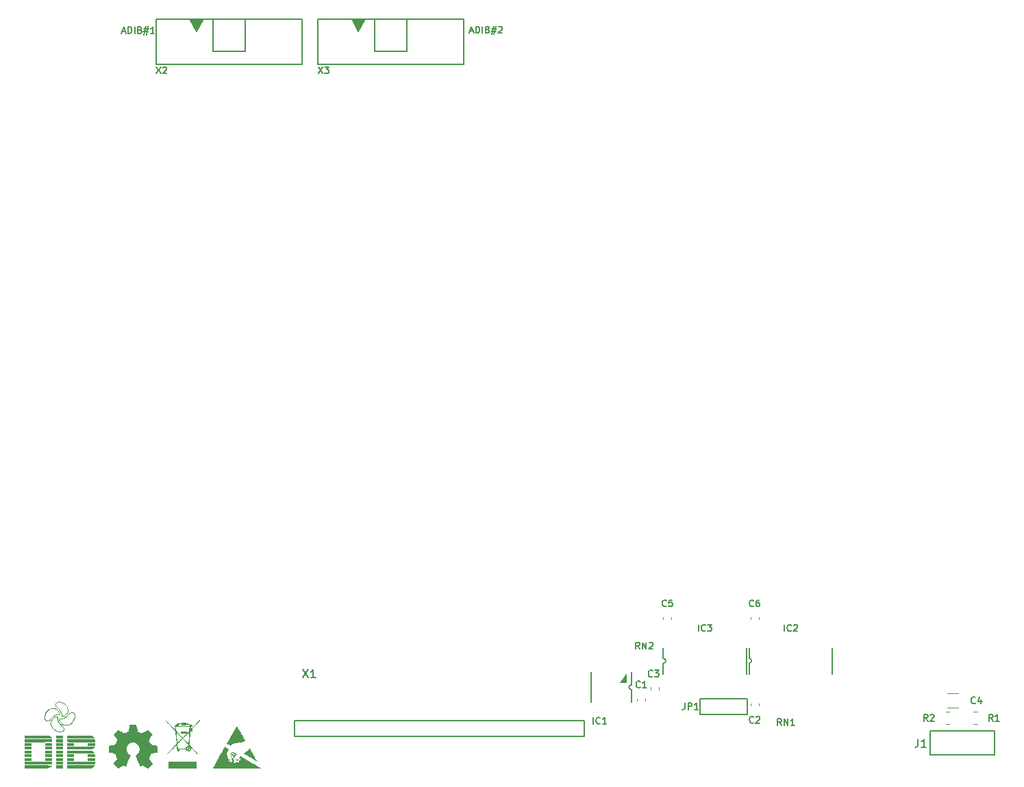
<source format=gbr>
%TF.GenerationSoftware,KiCad,Pcbnew,8.0.7-8.0.7-0~ubuntu22.04.1*%
%TF.CreationDate,2024-12-15T21:04:22+01:00*%
%TF.ProjectId,EEZ DIB 1.2 template,45455a20-4449-4422-9031-2e322074656d,rev?*%
%TF.SameCoordinates,Original*%
%TF.FileFunction,Legend,Top*%
%TF.FilePolarity,Positive*%
%FSLAX46Y46*%
G04 Gerber Fmt 4.6, Leading zero omitted, Abs format (unit mm)*
G04 Created by KiCad (PCBNEW 8.0.7-8.0.7-0~ubuntu22.04.1) date 2024-12-15 21:04:22*
%MOMM*%
%LPD*%
G01*
G04 APERTURE LIST*
%ADD10C,0.152400*%
%ADD11C,0.203200*%
%ADD12C,0.120000*%
%ADD13C,0.000000*%
%ADD14C,0.127000*%
G04 APERTURE END LIST*
D10*
X150279782Y-58844375D02*
X150666829Y-58844375D01*
X150202372Y-59076603D02*
X150473305Y-58263803D01*
X150473305Y-58263803D02*
X150744239Y-59076603D01*
X151015172Y-59076603D02*
X151015172Y-58263803D01*
X151015172Y-58263803D02*
X151208696Y-58263803D01*
X151208696Y-58263803D02*
X151324810Y-58302508D01*
X151324810Y-58302508D02*
X151402220Y-58379918D01*
X151402220Y-58379918D02*
X151440925Y-58457327D01*
X151440925Y-58457327D02*
X151479629Y-58612146D01*
X151479629Y-58612146D02*
X151479629Y-58728260D01*
X151479629Y-58728260D02*
X151440925Y-58883079D01*
X151440925Y-58883079D02*
X151402220Y-58960489D01*
X151402220Y-58960489D02*
X151324810Y-59037899D01*
X151324810Y-59037899D02*
X151208696Y-59076603D01*
X151208696Y-59076603D02*
X151015172Y-59076603D01*
X151827972Y-59076603D02*
X151827972Y-58263803D01*
X152485954Y-58650851D02*
X152602068Y-58689556D01*
X152602068Y-58689556D02*
X152640773Y-58728260D01*
X152640773Y-58728260D02*
X152679477Y-58805670D01*
X152679477Y-58805670D02*
X152679477Y-58921784D01*
X152679477Y-58921784D02*
X152640773Y-58999194D01*
X152640773Y-58999194D02*
X152602068Y-59037899D01*
X152602068Y-59037899D02*
X152524658Y-59076603D01*
X152524658Y-59076603D02*
X152215020Y-59076603D01*
X152215020Y-59076603D02*
X152215020Y-58263803D01*
X152215020Y-58263803D02*
X152485954Y-58263803D01*
X152485954Y-58263803D02*
X152563363Y-58302508D01*
X152563363Y-58302508D02*
X152602068Y-58341213D01*
X152602068Y-58341213D02*
X152640773Y-58418622D01*
X152640773Y-58418622D02*
X152640773Y-58496032D01*
X152640773Y-58496032D02*
X152602068Y-58573441D01*
X152602068Y-58573441D02*
X152563363Y-58612146D01*
X152563363Y-58612146D02*
X152485954Y-58650851D01*
X152485954Y-58650851D02*
X152215020Y-58650851D01*
X152989116Y-58534737D02*
X153569687Y-58534737D01*
X153221344Y-58186394D02*
X152989116Y-59231422D01*
X153492277Y-58883079D02*
X152911706Y-58883079D01*
X153260049Y-59231422D02*
X153492277Y-58186394D01*
X153801916Y-58341213D02*
X153840620Y-58302508D01*
X153840620Y-58302508D02*
X153918030Y-58263803D01*
X153918030Y-58263803D02*
X154111554Y-58263803D01*
X154111554Y-58263803D02*
X154188963Y-58302508D01*
X154188963Y-58302508D02*
X154227668Y-58341213D01*
X154227668Y-58341213D02*
X154266373Y-58418622D01*
X154266373Y-58418622D02*
X154266373Y-58496032D01*
X154266373Y-58496032D02*
X154227668Y-58612146D01*
X154227668Y-58612146D02*
X153763211Y-59076603D01*
X153763211Y-59076603D02*
X154266373Y-59076603D01*
X107290282Y-58895175D02*
X107677329Y-58895175D01*
X107212872Y-59127403D02*
X107483805Y-58314603D01*
X107483805Y-58314603D02*
X107754739Y-59127403D01*
X108025672Y-59127403D02*
X108025672Y-58314603D01*
X108025672Y-58314603D02*
X108219196Y-58314603D01*
X108219196Y-58314603D02*
X108335310Y-58353308D01*
X108335310Y-58353308D02*
X108412720Y-58430718D01*
X108412720Y-58430718D02*
X108451425Y-58508127D01*
X108451425Y-58508127D02*
X108490129Y-58662946D01*
X108490129Y-58662946D02*
X108490129Y-58779060D01*
X108490129Y-58779060D02*
X108451425Y-58933879D01*
X108451425Y-58933879D02*
X108412720Y-59011289D01*
X108412720Y-59011289D02*
X108335310Y-59088699D01*
X108335310Y-59088699D02*
X108219196Y-59127403D01*
X108219196Y-59127403D02*
X108025672Y-59127403D01*
X108838472Y-59127403D02*
X108838472Y-58314603D01*
X109496454Y-58701651D02*
X109612568Y-58740356D01*
X109612568Y-58740356D02*
X109651273Y-58779060D01*
X109651273Y-58779060D02*
X109689977Y-58856470D01*
X109689977Y-58856470D02*
X109689977Y-58972584D01*
X109689977Y-58972584D02*
X109651273Y-59049994D01*
X109651273Y-59049994D02*
X109612568Y-59088699D01*
X109612568Y-59088699D02*
X109535158Y-59127403D01*
X109535158Y-59127403D02*
X109225520Y-59127403D01*
X109225520Y-59127403D02*
X109225520Y-58314603D01*
X109225520Y-58314603D02*
X109496454Y-58314603D01*
X109496454Y-58314603D02*
X109573863Y-58353308D01*
X109573863Y-58353308D02*
X109612568Y-58392013D01*
X109612568Y-58392013D02*
X109651273Y-58469422D01*
X109651273Y-58469422D02*
X109651273Y-58546832D01*
X109651273Y-58546832D02*
X109612568Y-58624241D01*
X109612568Y-58624241D02*
X109573863Y-58662946D01*
X109573863Y-58662946D02*
X109496454Y-58701651D01*
X109496454Y-58701651D02*
X109225520Y-58701651D01*
X109999616Y-58585537D02*
X110580187Y-58585537D01*
X110231844Y-58237194D02*
X109999616Y-59282222D01*
X110502777Y-58933879D02*
X109922206Y-58933879D01*
X110270549Y-59282222D02*
X110502777Y-58237194D01*
X111276873Y-59127403D02*
X110812416Y-59127403D01*
X111044644Y-59127403D02*
X111044644Y-58314603D01*
X111044644Y-58314603D02*
X110967235Y-58430718D01*
X110967235Y-58430718D02*
X110889825Y-58508127D01*
X110889825Y-58508127D02*
X110812416Y-58546832D01*
X205673953Y-146425735D02*
X205673953Y-147151450D01*
X205673953Y-147151450D02*
X205625572Y-147296593D01*
X205625572Y-147296593D02*
X205528810Y-147393355D01*
X205528810Y-147393355D02*
X205383667Y-147441735D01*
X205383667Y-147441735D02*
X205286905Y-147441735D01*
X206689953Y-147441735D02*
X206109381Y-147441735D01*
X206399667Y-147441735D02*
X206399667Y-146425735D01*
X206399667Y-146425735D02*
X206302905Y-146570878D01*
X206302905Y-146570878D02*
X206206143Y-146667640D01*
X206206143Y-146667640D02*
X206109381Y-146716021D01*
X172838533Y-138657182D02*
X172799829Y-138695887D01*
X172799829Y-138695887D02*
X172683714Y-138734591D01*
X172683714Y-138734591D02*
X172606305Y-138734591D01*
X172606305Y-138734591D02*
X172490191Y-138695887D01*
X172490191Y-138695887D02*
X172412781Y-138618477D01*
X172412781Y-138618477D02*
X172374076Y-138541067D01*
X172374076Y-138541067D02*
X172335372Y-138386248D01*
X172335372Y-138386248D02*
X172335372Y-138270134D01*
X172335372Y-138270134D02*
X172374076Y-138115315D01*
X172374076Y-138115315D02*
X172412781Y-138037906D01*
X172412781Y-138037906D02*
X172490191Y-137960496D01*
X172490191Y-137960496D02*
X172606305Y-137921791D01*
X172606305Y-137921791D02*
X172683714Y-137921791D01*
X172683714Y-137921791D02*
X172799829Y-137960496D01*
X172799829Y-137960496D02*
X172838533Y-137999201D01*
X173109467Y-137921791D02*
X173612629Y-137921791D01*
X173612629Y-137921791D02*
X173341695Y-138231429D01*
X173341695Y-138231429D02*
X173457810Y-138231429D01*
X173457810Y-138231429D02*
X173535219Y-138270134D01*
X173535219Y-138270134D02*
X173573924Y-138308839D01*
X173573924Y-138308839D02*
X173612629Y-138386248D01*
X173612629Y-138386248D02*
X173612629Y-138579772D01*
X173612629Y-138579772D02*
X173573924Y-138657182D01*
X173573924Y-138657182D02*
X173535219Y-138695887D01*
X173535219Y-138695887D02*
X173457810Y-138734591D01*
X173457810Y-138734591D02*
X173225581Y-138734591D01*
X173225581Y-138734591D02*
X173148172Y-138695887D01*
X173148172Y-138695887D02*
X173109467Y-138657182D01*
X129590405Y-137835735D02*
X130267739Y-138851735D01*
X130267739Y-137835735D02*
X129590405Y-138851735D01*
X131186977Y-138851735D02*
X130606405Y-138851735D01*
X130896691Y-138851735D02*
X130896691Y-137835735D01*
X130896691Y-137835735D02*
X130799929Y-137980878D01*
X130799929Y-137980878D02*
X130703167Y-138077640D01*
X130703167Y-138077640D02*
X130606405Y-138126021D01*
X174553033Y-129957682D02*
X174514329Y-129996387D01*
X174514329Y-129996387D02*
X174398214Y-130035091D01*
X174398214Y-130035091D02*
X174320805Y-130035091D01*
X174320805Y-130035091D02*
X174204691Y-129996387D01*
X174204691Y-129996387D02*
X174127281Y-129918977D01*
X174127281Y-129918977D02*
X174088576Y-129841567D01*
X174088576Y-129841567D02*
X174049872Y-129686748D01*
X174049872Y-129686748D02*
X174049872Y-129570634D01*
X174049872Y-129570634D02*
X174088576Y-129415815D01*
X174088576Y-129415815D02*
X174127281Y-129338406D01*
X174127281Y-129338406D02*
X174204691Y-129260996D01*
X174204691Y-129260996D02*
X174320805Y-129222291D01*
X174320805Y-129222291D02*
X174398214Y-129222291D01*
X174398214Y-129222291D02*
X174514329Y-129260996D01*
X174514329Y-129260996D02*
X174553033Y-129299701D01*
X175288424Y-129222291D02*
X174901376Y-129222291D01*
X174901376Y-129222291D02*
X174862672Y-129609339D01*
X174862672Y-129609339D02*
X174901376Y-129570634D01*
X174901376Y-129570634D02*
X174978786Y-129531929D01*
X174978786Y-129531929D02*
X175172310Y-129531929D01*
X175172310Y-129531929D02*
X175249719Y-129570634D01*
X175249719Y-129570634D02*
X175288424Y-129609339D01*
X175288424Y-129609339D02*
X175327129Y-129686748D01*
X175327129Y-129686748D02*
X175327129Y-129880272D01*
X175327129Y-129880272D02*
X175288424Y-129957682D01*
X175288424Y-129957682D02*
X175249719Y-129996387D01*
X175249719Y-129996387D02*
X175172310Y-130035091D01*
X175172310Y-130035091D02*
X174978786Y-130035091D01*
X174978786Y-130035091D02*
X174901376Y-129996387D01*
X174901376Y-129996387D02*
X174862672Y-129957682D01*
X171314533Y-139990682D02*
X171275829Y-140029387D01*
X171275829Y-140029387D02*
X171159714Y-140068091D01*
X171159714Y-140068091D02*
X171082305Y-140068091D01*
X171082305Y-140068091D02*
X170966191Y-140029387D01*
X170966191Y-140029387D02*
X170888781Y-139951977D01*
X170888781Y-139951977D02*
X170850076Y-139874567D01*
X170850076Y-139874567D02*
X170811372Y-139719748D01*
X170811372Y-139719748D02*
X170811372Y-139603634D01*
X170811372Y-139603634D02*
X170850076Y-139448815D01*
X170850076Y-139448815D02*
X170888781Y-139371406D01*
X170888781Y-139371406D02*
X170966191Y-139293996D01*
X170966191Y-139293996D02*
X171082305Y-139255291D01*
X171082305Y-139255291D02*
X171159714Y-139255291D01*
X171159714Y-139255291D02*
X171275829Y-139293996D01*
X171275829Y-139293996D02*
X171314533Y-139332701D01*
X172088629Y-140068091D02*
X171624172Y-140068091D01*
X171856400Y-140068091D02*
X171856400Y-139255291D01*
X171856400Y-139255291D02*
X171778991Y-139371406D01*
X171778991Y-139371406D02*
X171701581Y-139448815D01*
X171701581Y-139448815D02*
X171624172Y-139487520D01*
X131531877Y-63278303D02*
X132073743Y-64091103D01*
X132073743Y-63278303D02*
X131531877Y-64091103D01*
X132305972Y-63278303D02*
X132809134Y-63278303D01*
X132809134Y-63278303D02*
X132538200Y-63587941D01*
X132538200Y-63587941D02*
X132654315Y-63587941D01*
X132654315Y-63587941D02*
X132731724Y-63626646D01*
X132731724Y-63626646D02*
X132770429Y-63665351D01*
X132770429Y-63665351D02*
X132809134Y-63742760D01*
X132809134Y-63742760D02*
X132809134Y-63936284D01*
X132809134Y-63936284D02*
X132770429Y-64013694D01*
X132770429Y-64013694D02*
X132731724Y-64052399D01*
X132731724Y-64052399D02*
X132654315Y-64091103D01*
X132654315Y-64091103D02*
X132422086Y-64091103D01*
X132422086Y-64091103D02*
X132344677Y-64052399D01*
X132344677Y-64052399D02*
X132305972Y-64013694D01*
X165520786Y-144545603D02*
X165520786Y-143732803D01*
X166372291Y-144468194D02*
X166333587Y-144506899D01*
X166333587Y-144506899D02*
X166217472Y-144545603D01*
X166217472Y-144545603D02*
X166140063Y-144545603D01*
X166140063Y-144545603D02*
X166023949Y-144506899D01*
X166023949Y-144506899D02*
X165946539Y-144429489D01*
X165946539Y-144429489D02*
X165907834Y-144352079D01*
X165907834Y-144352079D02*
X165869130Y-144197260D01*
X165869130Y-144197260D02*
X165869130Y-144081146D01*
X165869130Y-144081146D02*
X165907834Y-143926327D01*
X165907834Y-143926327D02*
X165946539Y-143848918D01*
X165946539Y-143848918D02*
X166023949Y-143771508D01*
X166023949Y-143771508D02*
X166140063Y-143732803D01*
X166140063Y-143732803D02*
X166217472Y-143732803D01*
X166217472Y-143732803D02*
X166333587Y-143771508D01*
X166333587Y-143771508D02*
X166372291Y-143810213D01*
X167146387Y-144545603D02*
X166681930Y-144545603D01*
X166914158Y-144545603D02*
X166914158Y-143732803D01*
X166914158Y-143732803D02*
X166836749Y-143848918D01*
X166836749Y-143848918D02*
X166759339Y-143926327D01*
X166759339Y-143926327D02*
X166681930Y-143965032D01*
X188781743Y-144736103D02*
X188510810Y-144349056D01*
X188317286Y-144736103D02*
X188317286Y-143923303D01*
X188317286Y-143923303D02*
X188626924Y-143923303D01*
X188626924Y-143923303D02*
X188704334Y-143962008D01*
X188704334Y-143962008D02*
X188743039Y-144000713D01*
X188743039Y-144000713D02*
X188781743Y-144078122D01*
X188781743Y-144078122D02*
X188781743Y-144194237D01*
X188781743Y-144194237D02*
X188743039Y-144271646D01*
X188743039Y-144271646D02*
X188704334Y-144310351D01*
X188704334Y-144310351D02*
X188626924Y-144349056D01*
X188626924Y-144349056D02*
X188317286Y-144349056D01*
X189130086Y-144736103D02*
X189130086Y-143923303D01*
X189130086Y-143923303D02*
X189594543Y-144736103D01*
X189594543Y-144736103D02*
X189594543Y-143923303D01*
X190407344Y-144736103D02*
X189942887Y-144736103D01*
X190175115Y-144736103D02*
X190175115Y-143923303D01*
X190175115Y-143923303D02*
X190097706Y-144039418D01*
X190097706Y-144039418D02*
X190020296Y-144116827D01*
X190020296Y-144116827D02*
X189942887Y-144155532D01*
X176871818Y-141954803D02*
X176871818Y-142535375D01*
X176871818Y-142535375D02*
X176833113Y-142651489D01*
X176833113Y-142651489D02*
X176755704Y-142728899D01*
X176755704Y-142728899D02*
X176639589Y-142767603D01*
X176639589Y-142767603D02*
X176562180Y-142767603D01*
X177258865Y-142767603D02*
X177258865Y-141954803D01*
X177258865Y-141954803D02*
X177568503Y-141954803D01*
X177568503Y-141954803D02*
X177645913Y-141993508D01*
X177645913Y-141993508D02*
X177684618Y-142032213D01*
X177684618Y-142032213D02*
X177723322Y-142109622D01*
X177723322Y-142109622D02*
X177723322Y-142225737D01*
X177723322Y-142225737D02*
X177684618Y-142303146D01*
X177684618Y-142303146D02*
X177645913Y-142341851D01*
X177645913Y-142341851D02*
X177568503Y-142380556D01*
X177568503Y-142380556D02*
X177258865Y-142380556D01*
X178497418Y-142767603D02*
X178032961Y-142767603D01*
X178265189Y-142767603D02*
X178265189Y-141954803D01*
X178265189Y-141954803D02*
X178187780Y-142070918D01*
X178187780Y-142070918D02*
X178110370Y-142148327D01*
X178110370Y-142148327D02*
X178032961Y-142187032D01*
X189135052Y-133083091D02*
X189135052Y-132270291D01*
X189986557Y-133005682D02*
X189947853Y-133044387D01*
X189947853Y-133044387D02*
X189831738Y-133083091D01*
X189831738Y-133083091D02*
X189754329Y-133083091D01*
X189754329Y-133083091D02*
X189638215Y-133044387D01*
X189638215Y-133044387D02*
X189560805Y-132966977D01*
X189560805Y-132966977D02*
X189522100Y-132889567D01*
X189522100Y-132889567D02*
X189483396Y-132734748D01*
X189483396Y-132734748D02*
X189483396Y-132618634D01*
X189483396Y-132618634D02*
X189522100Y-132463815D01*
X189522100Y-132463815D02*
X189560805Y-132386406D01*
X189560805Y-132386406D02*
X189638215Y-132308996D01*
X189638215Y-132308996D02*
X189754329Y-132270291D01*
X189754329Y-132270291D02*
X189831738Y-132270291D01*
X189831738Y-132270291D02*
X189947853Y-132308996D01*
X189947853Y-132308996D02*
X189986557Y-132347701D01*
X190296196Y-132347701D02*
X190334900Y-132308996D01*
X190334900Y-132308996D02*
X190412310Y-132270291D01*
X190412310Y-132270291D02*
X190605834Y-132270291D01*
X190605834Y-132270291D02*
X190683243Y-132308996D01*
X190683243Y-132308996D02*
X190721948Y-132347701D01*
X190721948Y-132347701D02*
X190760653Y-132425110D01*
X190760653Y-132425110D02*
X190760653Y-132502520D01*
X190760653Y-132502520D02*
X190721948Y-132618634D01*
X190721948Y-132618634D02*
X190257491Y-133083091D01*
X190257491Y-133083091D02*
X190760653Y-133083091D01*
X214939033Y-144195591D02*
X214668100Y-143808544D01*
X214474576Y-144195591D02*
X214474576Y-143382791D01*
X214474576Y-143382791D02*
X214784214Y-143382791D01*
X214784214Y-143382791D02*
X214861624Y-143421496D01*
X214861624Y-143421496D02*
X214900329Y-143460201D01*
X214900329Y-143460201D02*
X214939033Y-143537610D01*
X214939033Y-143537610D02*
X214939033Y-143653725D01*
X214939033Y-143653725D02*
X214900329Y-143731134D01*
X214900329Y-143731134D02*
X214861624Y-143769839D01*
X214861624Y-143769839D02*
X214784214Y-143808544D01*
X214784214Y-143808544D02*
X214474576Y-143808544D01*
X215713129Y-144195591D02*
X215248672Y-144195591D01*
X215480900Y-144195591D02*
X215480900Y-143382791D01*
X215480900Y-143382791D02*
X215403491Y-143498906D01*
X215403491Y-143498906D02*
X215326081Y-143576315D01*
X215326081Y-143576315D02*
X215248672Y-143615020D01*
X206874533Y-144195591D02*
X206603600Y-143808544D01*
X206410076Y-144195591D02*
X206410076Y-143382791D01*
X206410076Y-143382791D02*
X206719714Y-143382791D01*
X206719714Y-143382791D02*
X206797124Y-143421496D01*
X206797124Y-143421496D02*
X206835829Y-143460201D01*
X206835829Y-143460201D02*
X206874533Y-143537610D01*
X206874533Y-143537610D02*
X206874533Y-143653725D01*
X206874533Y-143653725D02*
X206835829Y-143731134D01*
X206835829Y-143731134D02*
X206797124Y-143769839D01*
X206797124Y-143769839D02*
X206719714Y-143808544D01*
X206719714Y-143808544D02*
X206410076Y-143808544D01*
X207184172Y-143460201D02*
X207222876Y-143421496D01*
X207222876Y-143421496D02*
X207300286Y-143382791D01*
X207300286Y-143382791D02*
X207493810Y-143382791D01*
X207493810Y-143382791D02*
X207571219Y-143421496D01*
X207571219Y-143421496D02*
X207609924Y-143460201D01*
X207609924Y-143460201D02*
X207648629Y-143537610D01*
X207648629Y-143537610D02*
X207648629Y-143615020D01*
X207648629Y-143615020D02*
X207609924Y-143731134D01*
X207609924Y-143731134D02*
X207145467Y-144195591D01*
X207145467Y-144195591D02*
X207648629Y-144195591D01*
X111531877Y-63278303D02*
X112073743Y-64091103D01*
X112073743Y-63278303D02*
X111531877Y-64091103D01*
X112344677Y-63355713D02*
X112383381Y-63317008D01*
X112383381Y-63317008D02*
X112460791Y-63278303D01*
X112460791Y-63278303D02*
X112654315Y-63278303D01*
X112654315Y-63278303D02*
X112731724Y-63317008D01*
X112731724Y-63317008D02*
X112770429Y-63355713D01*
X112770429Y-63355713D02*
X112809134Y-63433122D01*
X112809134Y-63433122D02*
X112809134Y-63510532D01*
X112809134Y-63510532D02*
X112770429Y-63626646D01*
X112770429Y-63626646D02*
X112305972Y-64091103D01*
X112305972Y-64091103D02*
X112809134Y-64091103D01*
X178530552Y-133083091D02*
X178530552Y-132270291D01*
X179382057Y-133005682D02*
X179343353Y-133044387D01*
X179343353Y-133044387D02*
X179227238Y-133083091D01*
X179227238Y-133083091D02*
X179149829Y-133083091D01*
X179149829Y-133083091D02*
X179033715Y-133044387D01*
X179033715Y-133044387D02*
X178956305Y-132966977D01*
X178956305Y-132966977D02*
X178917600Y-132889567D01*
X178917600Y-132889567D02*
X178878896Y-132734748D01*
X178878896Y-132734748D02*
X178878896Y-132618634D01*
X178878896Y-132618634D02*
X178917600Y-132463815D01*
X178917600Y-132463815D02*
X178956305Y-132386406D01*
X178956305Y-132386406D02*
X179033715Y-132308996D01*
X179033715Y-132308996D02*
X179149829Y-132270291D01*
X179149829Y-132270291D02*
X179227238Y-132270291D01*
X179227238Y-132270291D02*
X179343353Y-132308996D01*
X179343353Y-132308996D02*
X179382057Y-132347701D01*
X179652991Y-132270291D02*
X180156153Y-132270291D01*
X180156153Y-132270291D02*
X179885219Y-132579929D01*
X179885219Y-132579929D02*
X180001334Y-132579929D01*
X180001334Y-132579929D02*
X180078743Y-132618634D01*
X180078743Y-132618634D02*
X180117448Y-132657339D01*
X180117448Y-132657339D02*
X180156153Y-132734748D01*
X180156153Y-132734748D02*
X180156153Y-132928272D01*
X180156153Y-132928272D02*
X180117448Y-133005682D01*
X180117448Y-133005682D02*
X180078743Y-133044387D01*
X180078743Y-133044387D02*
X180001334Y-133083091D01*
X180001334Y-133083091D02*
X179769105Y-133083091D01*
X179769105Y-133083091D02*
X179691696Y-133044387D01*
X179691696Y-133044387D02*
X179652991Y-133005682D01*
X212756533Y-141959182D02*
X212717829Y-141997887D01*
X212717829Y-141997887D02*
X212601714Y-142036591D01*
X212601714Y-142036591D02*
X212524305Y-142036591D01*
X212524305Y-142036591D02*
X212408191Y-141997887D01*
X212408191Y-141997887D02*
X212330781Y-141920477D01*
X212330781Y-141920477D02*
X212292076Y-141843067D01*
X212292076Y-141843067D02*
X212253372Y-141688248D01*
X212253372Y-141688248D02*
X212253372Y-141572134D01*
X212253372Y-141572134D02*
X212292076Y-141417315D01*
X212292076Y-141417315D02*
X212330781Y-141339906D01*
X212330781Y-141339906D02*
X212408191Y-141262496D01*
X212408191Y-141262496D02*
X212524305Y-141223791D01*
X212524305Y-141223791D02*
X212601714Y-141223791D01*
X212601714Y-141223791D02*
X212717829Y-141262496D01*
X212717829Y-141262496D02*
X212756533Y-141301201D01*
X213453219Y-141494725D02*
X213453219Y-142036591D01*
X213259695Y-141185087D02*
X213066172Y-141765658D01*
X213066172Y-141765658D02*
X213569333Y-141765658D01*
X185348033Y-144372182D02*
X185309329Y-144410887D01*
X185309329Y-144410887D02*
X185193214Y-144449591D01*
X185193214Y-144449591D02*
X185115805Y-144449591D01*
X185115805Y-144449591D02*
X184999691Y-144410887D01*
X184999691Y-144410887D02*
X184922281Y-144333477D01*
X184922281Y-144333477D02*
X184883576Y-144256067D01*
X184883576Y-144256067D02*
X184844872Y-144101248D01*
X184844872Y-144101248D02*
X184844872Y-143985134D01*
X184844872Y-143985134D02*
X184883576Y-143830315D01*
X184883576Y-143830315D02*
X184922281Y-143752906D01*
X184922281Y-143752906D02*
X184999691Y-143675496D01*
X184999691Y-143675496D02*
X185115805Y-143636791D01*
X185115805Y-143636791D02*
X185193214Y-143636791D01*
X185193214Y-143636791D02*
X185309329Y-143675496D01*
X185309329Y-143675496D02*
X185348033Y-143714201D01*
X185657672Y-143714201D02*
X185696376Y-143675496D01*
X185696376Y-143675496D02*
X185773786Y-143636791D01*
X185773786Y-143636791D02*
X185967310Y-143636791D01*
X185967310Y-143636791D02*
X186044719Y-143675496D01*
X186044719Y-143675496D02*
X186083424Y-143714201D01*
X186083424Y-143714201D02*
X186122129Y-143791610D01*
X186122129Y-143791610D02*
X186122129Y-143869020D01*
X186122129Y-143869020D02*
X186083424Y-143985134D01*
X186083424Y-143985134D02*
X185618967Y-144449591D01*
X185618967Y-144449591D02*
X186122129Y-144449591D01*
X171255743Y-135274603D02*
X170984810Y-134887556D01*
X170791286Y-135274603D02*
X170791286Y-134461803D01*
X170791286Y-134461803D02*
X171100924Y-134461803D01*
X171100924Y-134461803D02*
X171178334Y-134500508D01*
X171178334Y-134500508D02*
X171217039Y-134539213D01*
X171217039Y-134539213D02*
X171255743Y-134616622D01*
X171255743Y-134616622D02*
X171255743Y-134732737D01*
X171255743Y-134732737D02*
X171217039Y-134810146D01*
X171217039Y-134810146D02*
X171178334Y-134848851D01*
X171178334Y-134848851D02*
X171100924Y-134887556D01*
X171100924Y-134887556D02*
X170791286Y-134887556D01*
X171604086Y-135274603D02*
X171604086Y-134461803D01*
X171604086Y-134461803D02*
X172068543Y-135274603D01*
X172068543Y-135274603D02*
X172068543Y-134461803D01*
X172416887Y-134539213D02*
X172455591Y-134500508D01*
X172455591Y-134500508D02*
X172533001Y-134461803D01*
X172533001Y-134461803D02*
X172726525Y-134461803D01*
X172726525Y-134461803D02*
X172803934Y-134500508D01*
X172803934Y-134500508D02*
X172842639Y-134539213D01*
X172842639Y-134539213D02*
X172881344Y-134616622D01*
X172881344Y-134616622D02*
X172881344Y-134694032D01*
X172881344Y-134694032D02*
X172842639Y-134810146D01*
X172842639Y-134810146D02*
X172378182Y-135274603D01*
X172378182Y-135274603D02*
X172881344Y-135274603D01*
X185348033Y-129957682D02*
X185309329Y-129996387D01*
X185309329Y-129996387D02*
X185193214Y-130035091D01*
X185193214Y-130035091D02*
X185115805Y-130035091D01*
X185115805Y-130035091D02*
X184999691Y-129996387D01*
X184999691Y-129996387D02*
X184922281Y-129918977D01*
X184922281Y-129918977D02*
X184883576Y-129841567D01*
X184883576Y-129841567D02*
X184844872Y-129686748D01*
X184844872Y-129686748D02*
X184844872Y-129570634D01*
X184844872Y-129570634D02*
X184883576Y-129415815D01*
X184883576Y-129415815D02*
X184922281Y-129338406D01*
X184922281Y-129338406D02*
X184999691Y-129260996D01*
X184999691Y-129260996D02*
X185115805Y-129222291D01*
X185115805Y-129222291D02*
X185193214Y-129222291D01*
X185193214Y-129222291D02*
X185309329Y-129260996D01*
X185309329Y-129260996D02*
X185348033Y-129299701D01*
X186044719Y-129222291D02*
X185889900Y-129222291D01*
X185889900Y-129222291D02*
X185812491Y-129260996D01*
X185812491Y-129260996D02*
X185773786Y-129299701D01*
X185773786Y-129299701D02*
X185696376Y-129415815D01*
X185696376Y-129415815D02*
X185657672Y-129570634D01*
X185657672Y-129570634D02*
X185657672Y-129880272D01*
X185657672Y-129880272D02*
X185696376Y-129957682D01*
X185696376Y-129957682D02*
X185735081Y-129996387D01*
X185735081Y-129996387D02*
X185812491Y-130035091D01*
X185812491Y-130035091D02*
X185967310Y-130035091D01*
X185967310Y-130035091D02*
X186044719Y-129996387D01*
X186044719Y-129996387D02*
X186083424Y-129957682D01*
X186083424Y-129957682D02*
X186122129Y-129880272D01*
X186122129Y-129880272D02*
X186122129Y-129686748D01*
X186122129Y-129686748D02*
X186083424Y-129609339D01*
X186083424Y-129609339D02*
X186044719Y-129570634D01*
X186044719Y-129570634D02*
X185967310Y-129531929D01*
X185967310Y-129531929D02*
X185812491Y-129531929D01*
X185812491Y-129531929D02*
X185735081Y-129570634D01*
X185735081Y-129570634D02*
X185696376Y-129609339D01*
X185696376Y-129609339D02*
X185657672Y-129686748D01*
D11*
%TO.C,J1*%
X207137100Y-145415600D02*
X207137100Y-148415600D01*
X207137100Y-148415600D02*
X215137100Y-148415600D01*
X215137100Y-145415600D02*
X207137100Y-145415600D01*
X215137100Y-148415600D02*
X215137100Y-145415600D01*
D12*
%TO.C,C3*%
X172654100Y-140044020D02*
X172654100Y-140325180D01*
X173674100Y-140044020D02*
X173674100Y-140325180D01*
D13*
%TO.C,LOGO1*%
G36*
X95640564Y-146924873D02*
G01*
X96073039Y-146928593D01*
X96076988Y-147100880D01*
X96080937Y-147273166D01*
X95644513Y-147273166D01*
X95208089Y-147273166D01*
X95208089Y-147097160D01*
X95208089Y-146921154D01*
X95640564Y-146924873D01*
G37*
G36*
X95640564Y-147388993D02*
G01*
X96073039Y-147392712D01*
X96076988Y-147564999D01*
X96080937Y-147737286D01*
X95644513Y-147737286D01*
X95208089Y-147737286D01*
X95208089Y-147561280D01*
X95208089Y-147385274D01*
X95640564Y-147388993D01*
G37*
G36*
X96076988Y-148022087D02*
G01*
X96073039Y-148194373D01*
X95640564Y-148198093D01*
X95208089Y-148201812D01*
X95208089Y-148025806D01*
X95208089Y-147849800D01*
X95644513Y-147849800D01*
X96080937Y-147849800D01*
X96076988Y-148022087D01*
G37*
G36*
X96076988Y-148486206D02*
G01*
X96073039Y-148658493D01*
X95640564Y-148662212D01*
X95208089Y-148665932D01*
X95208089Y-148489926D01*
X95208089Y-148313919D01*
X95644513Y-148313919D01*
X96080937Y-148313919D01*
X96076988Y-148486206D01*
G37*
G36*
X96080071Y-148946810D02*
G01*
X96080071Y-149115580D01*
X95644080Y-149115580D01*
X95208089Y-149115580D01*
X95208089Y-148946810D01*
X95208089Y-148778039D01*
X95644080Y-148778039D01*
X96080071Y-148778039D01*
X96080071Y-148946810D01*
G37*
G36*
X98664806Y-147100880D02*
G01*
X98668755Y-147273166D01*
X98231898Y-147273166D01*
X97795041Y-147273166D01*
X97798990Y-147100880D01*
X97802939Y-146928593D01*
X98231898Y-146928593D01*
X98660857Y-146928593D01*
X98664806Y-147100880D01*
G37*
G36*
X98667889Y-147561483D02*
G01*
X98667889Y-147737286D01*
X98231898Y-147737286D01*
X97795907Y-147737286D01*
X97795907Y-147561483D01*
X97795907Y-147385680D01*
X98231898Y-147385680D01*
X98667889Y-147385680D01*
X98667889Y-147561483D01*
G37*
G36*
X98667889Y-148025603D02*
G01*
X98667889Y-148201406D01*
X98231898Y-148201406D01*
X97795907Y-148201406D01*
X97795907Y-148025603D01*
X97795907Y-147849800D01*
X98231898Y-147849800D01*
X98667889Y-147849800D01*
X98667889Y-148025603D01*
G37*
G36*
X98667889Y-148946810D02*
G01*
X98667889Y-149115580D01*
X98231898Y-149115580D01*
X97795907Y-149115580D01*
X97795907Y-148946810D01*
X97795907Y-148778039D01*
X98231898Y-148778039D01*
X98667889Y-148778039D01*
X98667889Y-148946810D01*
G37*
G36*
X99989927Y-146183188D02*
G01*
X99989927Y-146358991D01*
X99553936Y-146358991D01*
X99117945Y-146358991D01*
X99117945Y-146183188D01*
X99117945Y-146007386D01*
X99553936Y-146007386D01*
X99989927Y-146007386D01*
X99989927Y-146183188D01*
G37*
G36*
X99989927Y-147097160D02*
G01*
X99989927Y-147273166D01*
X99553503Y-147273166D01*
X99117079Y-147273166D01*
X99121028Y-147100880D01*
X99124977Y-146928593D01*
X99557452Y-146924873D01*
X99989927Y-146921154D01*
X99989927Y-147097160D01*
G37*
G36*
X99989927Y-147561483D02*
G01*
X99989927Y-147737286D01*
X99553936Y-147737286D01*
X99117945Y-147737286D01*
X99117945Y-147561483D01*
X99117945Y-147385680D01*
X99553936Y-147385680D01*
X99989927Y-147385680D01*
X99989927Y-147561483D01*
G37*
G36*
X99989927Y-148025603D02*
G01*
X99989927Y-148201406D01*
X99553936Y-148201406D01*
X99117945Y-148201406D01*
X99117945Y-148025603D01*
X99117945Y-147849800D01*
X99553936Y-147849800D01*
X99989927Y-147849800D01*
X99989927Y-148025603D01*
G37*
G36*
X99989927Y-148946810D02*
G01*
X99989927Y-149115580D01*
X99553936Y-149115580D01*
X99117945Y-149115580D01*
X99117945Y-148946810D01*
X99117945Y-148778039D01*
X99553936Y-148778039D01*
X99989927Y-148778039D01*
X99989927Y-148946810D01*
G37*
G36*
X99989927Y-149403694D02*
G01*
X99989927Y-149579700D01*
X99553503Y-149579700D01*
X99117079Y-149579700D01*
X99121028Y-149407413D01*
X99124977Y-149235126D01*
X99557452Y-149231407D01*
X99989927Y-149227688D01*
X99989927Y-149403694D01*
G37*
G36*
X99989927Y-149868017D02*
G01*
X99989927Y-150043820D01*
X99553936Y-150043820D01*
X99117945Y-150043820D01*
X99117945Y-149868017D01*
X99117945Y-149692214D01*
X99553936Y-149692214D01*
X99989927Y-149692214D01*
X99989927Y-149868017D01*
G37*
G36*
X101337010Y-147100880D02*
G01*
X101340959Y-147273166D01*
X100904102Y-147273166D01*
X100467245Y-147273166D01*
X100471194Y-147100880D01*
X100475143Y-146928593D01*
X100904102Y-146928593D01*
X101333061Y-146928593D01*
X101337010Y-147100880D01*
G37*
G36*
X101340093Y-148946810D02*
G01*
X101340093Y-149115580D01*
X100904102Y-149115580D01*
X100468111Y-149115580D01*
X100468111Y-148946810D01*
X100468111Y-148778039D01*
X100904102Y-148778039D01*
X101340093Y-148778039D01*
X101340093Y-148946810D01*
G37*
G36*
X103927912Y-148946810D02*
G01*
X103927912Y-149115580D01*
X103491920Y-149115580D01*
X103055929Y-149115580D01*
X103055929Y-148946810D01*
X103055929Y-148778039D01*
X103491920Y-148778039D01*
X103927912Y-148778039D01*
X103927912Y-148946810D01*
G37*
G36*
X98660856Y-146531278D02*
G01*
X98664585Y-146575193D01*
X98666214Y-146634909D01*
X98665431Y-146698156D01*
X98665233Y-146703565D01*
X98660857Y-146816079D01*
X96934473Y-146819650D01*
X95208089Y-146823222D01*
X95208089Y-146647364D01*
X95208089Y-146471505D01*
X96930095Y-146471505D01*
X98652102Y-146471505D01*
X98660856Y-146531278D01*
G37*
G36*
X98667889Y-149359947D02*
G01*
X98666954Y-149423649D01*
X98664453Y-149481525D01*
X98660847Y-149524373D01*
X98659099Y-149535749D01*
X98650309Y-149579700D01*
X96929199Y-149579700D01*
X95208089Y-149579700D01*
X95208089Y-149403897D01*
X95208089Y-149228094D01*
X96937989Y-149228094D01*
X98667889Y-149228094D01*
X98667889Y-149359947D01*
G37*
G36*
X101990564Y-146010597D02*
G01*
X103513017Y-146014418D01*
X103600530Y-146054841D01*
X103682083Y-146104103D01*
X103760063Y-146171867D01*
X103825328Y-146249362D01*
X103856323Y-146300250D01*
X103886291Y-146358991D01*
X102177201Y-146358991D01*
X100468111Y-146358991D01*
X100468111Y-146182884D01*
X100468111Y-146006777D01*
X101990564Y-146010597D01*
G37*
G36*
X101990564Y-147853012D02*
G01*
X103513017Y-147856832D01*
X103600530Y-147897255D01*
X103682083Y-147946517D01*
X103760063Y-148014281D01*
X103825328Y-148091776D01*
X103856323Y-148142664D01*
X103886291Y-148201406D01*
X102177201Y-148201406D01*
X100468111Y-148201406D01*
X100468111Y-148025298D01*
X100468111Y-147849191D01*
X101990564Y-147853012D01*
G37*
G36*
X103848517Y-149763792D02*
G01*
X103795192Y-149840010D01*
X103723623Y-149912029D01*
X103643034Y-149971602D01*
X103579775Y-150004150D01*
X103498953Y-150036788D01*
X101983532Y-150040668D01*
X100468111Y-150044548D01*
X100468111Y-149868381D01*
X100468111Y-149692214D01*
X102177793Y-149692214D01*
X103887474Y-149692214D01*
X103848517Y-149763792D01*
G37*
G36*
X103856323Y-147444421D02*
G01*
X103804064Y-147523540D01*
X103733210Y-147598568D01*
X103652905Y-147660734D01*
X103600530Y-147689831D01*
X103513017Y-147730254D01*
X101990564Y-147734074D01*
X100468111Y-147737894D01*
X100468111Y-147561787D01*
X100468111Y-147385680D01*
X102177201Y-147385680D01*
X103886291Y-147385680D01*
X103856323Y-147444421D01*
G37*
G36*
X103927720Y-147065516D02*
G01*
X103926832Y-147129788D01*
X103924596Y-147186249D01*
X103921393Y-147227176D01*
X103919047Y-147241522D01*
X103910567Y-147273166D01*
X103482815Y-147273166D01*
X103055064Y-147273166D01*
X103059013Y-147100880D01*
X103062961Y-146928593D01*
X103495437Y-146924873D01*
X103927912Y-146921154D01*
X103927720Y-147065516D01*
G37*
G36*
X103927720Y-149372253D02*
G01*
X103926830Y-149436484D01*
X103924592Y-149492905D01*
X103921385Y-149533786D01*
X103919047Y-149548056D01*
X103910567Y-149579700D01*
X102189339Y-149579700D01*
X100468111Y-149579700D01*
X100468111Y-149403897D01*
X100468111Y-149228094D01*
X102198011Y-149228094D01*
X103927912Y-149228094D01*
X103927720Y-149372253D01*
G37*
G36*
X98664806Y-148486206D02*
G01*
X98660857Y-148658493D01*
X98237961Y-148662211D01*
X98131580Y-148662837D01*
X98034379Y-148662815D01*
X97949894Y-148662194D01*
X97881665Y-148661020D01*
X97833228Y-148659343D01*
X97808121Y-148657210D01*
X97805486Y-148656351D01*
X97801742Y-148639292D01*
X97798683Y-148600008D01*
X97796632Y-148544399D01*
X97795907Y-148480346D01*
X97795907Y-148313919D01*
X98232331Y-148313919D01*
X98668755Y-148313919D01*
X98664806Y-148486206D01*
G37*
G36*
X99989927Y-146647308D02*
G01*
X99989927Y-146823111D01*
X99563312Y-146823111D01*
X99456460Y-146822813D01*
X99358787Y-146821969D01*
X99273814Y-146820656D01*
X99205060Y-146818948D01*
X99156044Y-146816922D01*
X99130287Y-146814654D01*
X99127321Y-146813735D01*
X99123657Y-146796759D01*
X99120663Y-146757548D01*
X99118655Y-146701994D01*
X99117945Y-146637932D01*
X99117945Y-146471505D01*
X99553936Y-146471505D01*
X99989927Y-146471505D01*
X99989927Y-146647308D01*
G37*
G36*
X99989927Y-148489722D02*
G01*
X99989927Y-148665525D01*
X99563312Y-148665525D01*
X99456460Y-148665227D01*
X99358787Y-148664384D01*
X99273814Y-148663070D01*
X99205060Y-148661363D01*
X99156044Y-148659337D01*
X99130287Y-148657068D01*
X99127321Y-148656149D01*
X99123657Y-148639173D01*
X99120663Y-148599962D01*
X99118655Y-148544409D01*
X99117945Y-148480346D01*
X99117945Y-148313919D01*
X99553936Y-148313919D01*
X99989927Y-148313919D01*
X99989927Y-148489722D01*
G37*
G36*
X101337010Y-148486206D02*
G01*
X101333061Y-148658493D01*
X100910165Y-148662211D01*
X100803784Y-148662837D01*
X100706583Y-148662815D01*
X100622098Y-148662194D01*
X100553869Y-148661020D01*
X100505431Y-148659343D01*
X100480325Y-148657210D01*
X100477690Y-148656351D01*
X100473946Y-148639292D01*
X100470887Y-148600008D01*
X100468836Y-148544399D01*
X100468111Y-148480346D01*
X100468111Y-148313919D01*
X100904535Y-148313919D01*
X101340959Y-148313919D01*
X101337010Y-148486206D01*
G37*
G36*
X103919047Y-148345564D02*
G01*
X103922667Y-148372730D01*
X103925558Y-148420292D01*
X103927339Y-148480520D01*
X103927720Y-148521367D01*
X103927912Y-148665525D01*
X103501297Y-148665525D01*
X103394444Y-148665227D01*
X103296772Y-148664384D01*
X103211798Y-148663070D01*
X103143044Y-148661363D01*
X103094029Y-148659337D01*
X103068272Y-148657068D01*
X103065305Y-148656149D01*
X103061641Y-148639173D01*
X103058648Y-148599962D01*
X103056639Y-148544409D01*
X103055929Y-148480346D01*
X103055929Y-148313919D01*
X103483248Y-148313919D01*
X103910567Y-148313919D01*
X103919047Y-148345564D01*
G37*
G36*
X103919047Y-146503150D02*
G01*
X103922667Y-146530316D01*
X103925558Y-146577878D01*
X103927339Y-146638106D01*
X103927720Y-146678953D01*
X103927912Y-146823111D01*
X102207387Y-146823111D01*
X101989687Y-146823036D01*
X101779806Y-146822816D01*
X101579460Y-146822462D01*
X101390363Y-146821982D01*
X101214229Y-146821386D01*
X101052775Y-146820683D01*
X100907714Y-146819882D01*
X100780762Y-146818993D01*
X100673633Y-146818024D01*
X100588042Y-146816986D01*
X100525704Y-146815888D01*
X100488333Y-146814738D01*
X100477487Y-146813735D01*
X100473823Y-146796759D01*
X100470829Y-146757548D01*
X100468821Y-146701994D01*
X100468111Y-146637932D01*
X100468111Y-146471505D01*
X102189339Y-146471505D01*
X103910567Y-146471505D01*
X103919047Y-146503150D01*
G37*
G36*
X97126145Y-149692299D02*
G01*
X97334465Y-149692548D01*
X97533108Y-149692951D01*
X97720364Y-149693496D01*
X97894521Y-149694172D01*
X98053868Y-149694970D01*
X98196692Y-149695879D01*
X98321282Y-149696888D01*
X98425926Y-149697986D01*
X98508914Y-149699163D01*
X98568533Y-149700408D01*
X98603072Y-149701711D01*
X98611501Y-149702762D01*
X98604923Y-149719767D01*
X98588020Y-149752983D01*
X98569976Y-149785480D01*
X98502529Y-149875583D01*
X98414908Y-149948967D01*
X98311514Y-150002597D01*
X98214873Y-150030317D01*
X98189486Y-150032441D01*
X98137355Y-150034422D01*
X98059863Y-150036247D01*
X97958394Y-150037906D01*
X97834332Y-150039386D01*
X97689059Y-150040674D01*
X97523961Y-150041759D01*
X97340421Y-150042628D01*
X97139822Y-150043269D01*
X96923548Y-150043670D01*
X96692983Y-150043819D01*
X96675881Y-150043820D01*
X95208089Y-150043820D01*
X95208089Y-149868017D01*
X95208089Y-149692214D01*
X96909861Y-149692214D01*
X97126145Y-149692299D01*
G37*
G36*
X96695381Y-146007553D02*
G01*
X96938692Y-146007577D01*
X97155529Y-146007641D01*
X97347550Y-146007817D01*
X97516409Y-146008179D01*
X97663763Y-146008800D01*
X97791267Y-146009753D01*
X97900576Y-146011110D01*
X97993347Y-146012945D01*
X98071235Y-146015331D01*
X98135896Y-146018340D01*
X98188986Y-146022047D01*
X98232160Y-146026524D01*
X98267074Y-146031843D01*
X98295384Y-146038079D01*
X98318745Y-146045303D01*
X98338813Y-146053590D01*
X98357244Y-146063012D01*
X98375694Y-146073642D01*
X98390318Y-146082321D01*
X98437377Y-146116045D01*
X98486929Y-146161204D01*
X98534052Y-146212043D01*
X98573825Y-146262806D01*
X98601325Y-146307737D01*
X98611632Y-146341079D01*
X98611633Y-146341160D01*
X98606810Y-146343912D01*
X98591489Y-146346383D01*
X98564394Y-146348586D01*
X98524249Y-146350534D01*
X98469774Y-146352241D01*
X98399695Y-146353721D01*
X98312734Y-146354986D01*
X98207614Y-146356049D01*
X98083059Y-146356925D01*
X97937790Y-146357627D01*
X97770532Y-146358168D01*
X97580007Y-146358561D01*
X97364938Y-146358820D01*
X97124050Y-146358959D01*
X96909861Y-146358991D01*
X95208089Y-146358991D01*
X95208089Y-146183188D01*
X95208089Y-146007386D01*
X96695381Y-146007553D01*
G37*
G36*
X99504711Y-141810812D02*
G01*
X99636611Y-141818360D01*
X99757346Y-141839712D01*
X99876636Y-141877288D01*
X100004200Y-141933509D01*
X100011214Y-141936974D01*
X100168103Y-142028259D01*
X100306966Y-142136651D01*
X100425267Y-142259721D01*
X100520469Y-142395040D01*
X100553563Y-142456167D01*
X100611928Y-142600017D01*
X100642702Y-142741275D01*
X100645880Y-142881806D01*
X100621456Y-143023476D01*
X100569425Y-143168150D01*
X100551369Y-143206498D01*
X100470749Y-143338842D01*
X100368096Y-143455861D01*
X100246642Y-143554608D01*
X100109613Y-143632132D01*
X100064169Y-143651516D01*
X99989760Y-143678636D01*
X99934528Y-143692461D01*
X99893071Y-143693373D01*
X99859987Y-143681750D01*
X99839989Y-143667291D01*
X99823058Y-143651827D01*
X99811740Y-143636261D01*
X99804891Y-143614885D01*
X99801366Y-143581991D01*
X99800022Y-143531872D01*
X99799728Y-143466473D01*
X99798723Y-143388943D01*
X99795263Y-143330834D01*
X99788148Y-143283471D01*
X99776173Y-143238173D01*
X99762584Y-143198410D01*
X99724896Y-143109408D01*
X99676054Y-143022252D01*
X99613346Y-142933342D01*
X99534065Y-142839079D01*
X99435500Y-142735863D01*
X99357083Y-142659678D01*
X99266900Y-142572065D01*
X99196369Y-142498137D01*
X99143014Y-142434210D01*
X99104360Y-142376599D01*
X99077934Y-142321621D01*
X99061258Y-142265593D01*
X99051927Y-142205479D01*
X99054956Y-142135476D01*
X99138910Y-142135476D01*
X99139350Y-142218854D01*
X99165827Y-142306232D01*
X99217990Y-142396410D01*
X99295493Y-142488185D01*
X99387669Y-142572013D01*
X99543390Y-142714078D01*
X99672443Y-142863926D01*
X99774643Y-143021311D01*
X99849809Y-143185984D01*
X99857822Y-143208604D01*
X99871490Y-143258743D01*
X99879867Y-143317278D01*
X99883799Y-143391783D01*
X99884379Y-143445613D01*
X99884445Y-143605269D01*
X99942885Y-143598681D01*
X99983385Y-143589196D01*
X100038149Y-143569982D01*
X100096756Y-143544796D01*
X100109436Y-143538675D01*
X100231397Y-143464020D01*
X100336468Y-143370703D01*
X100423128Y-143262141D01*
X100489856Y-143141752D01*
X100535130Y-143012953D01*
X100557430Y-142879162D01*
X100555235Y-142743796D01*
X100527024Y-142610272D01*
X100525179Y-142604549D01*
X100467098Y-142470760D01*
X100384445Y-142344838D01*
X100280244Y-142229206D01*
X100157520Y-142126292D01*
X100019298Y-142038520D01*
X99868604Y-141968318D01*
X99708462Y-141918109D01*
X99654664Y-141906459D01*
X99525984Y-141889499D01*
X99416295Y-141892221D01*
X99324259Y-141914867D01*
X99248536Y-141957679D01*
X99217531Y-141985524D01*
X99164854Y-142057299D01*
X99138910Y-142135476D01*
X99054956Y-142135476D01*
X99055923Y-142113142D01*
X99085297Y-142025318D01*
X99137300Y-141946453D01*
X99209181Y-141880991D01*
X99276490Y-141842450D01*
X99313737Y-141827265D01*
X99349673Y-141817628D01*
X99392169Y-141812448D01*
X99449098Y-141810634D01*
X99504711Y-141810812D01*
G37*
G36*
X99289133Y-143609933D02*
G01*
X99324118Y-143632377D01*
X99341336Y-143649971D01*
X99351287Y-143667875D01*
X99355204Y-143693242D01*
X99354323Y-143733226D01*
X99350595Y-143785725D01*
X99353053Y-143935143D01*
X99383433Y-144083288D01*
X99441539Y-144229786D01*
X99527179Y-144374261D01*
X99640158Y-144516337D01*
X99780284Y-144655636D01*
X99813662Y-144684950D01*
X99914766Y-144775656D01*
X99993877Y-144855916D01*
X100053384Y-144929311D01*
X100095675Y-144999419D01*
X100123141Y-145069821D01*
X100138169Y-145144097D01*
X100141237Y-145175744D01*
X100143082Y-145238794D01*
X100136828Y-145286991D01*
X100120815Y-145332861D01*
X100120254Y-145334136D01*
X100064516Y-145426434D01*
X99987642Y-145500639D01*
X99912702Y-145545454D01*
X99872445Y-145563375D01*
X99837372Y-145574916D01*
X99799373Y-145581401D01*
X99750340Y-145584148D01*
X99682163Y-145584481D01*
X99673482Y-145584429D01*
X99526379Y-145576446D01*
X99407341Y-145556053D01*
X99247373Y-145504637D01*
X99092462Y-145431628D01*
X98946470Y-145340098D01*
X98813259Y-145233119D01*
X98696692Y-145113762D01*
X98600630Y-144985100D01*
X98533679Y-144861142D01*
X98484950Y-144717975D01*
X98462638Y-144572186D01*
X98463736Y-144516979D01*
X98555376Y-144516979D01*
X98563243Y-144637189D01*
X98588801Y-144746990D01*
X98634980Y-144858581D01*
X98639817Y-144868276D01*
X98721962Y-145001242D01*
X98827613Y-145124245D01*
X98953115Y-145234632D01*
X99094811Y-145329749D01*
X99249045Y-145406941D01*
X99412161Y-145463555D01*
X99483615Y-145480806D01*
X99567116Y-145493038D01*
X99656308Y-145497266D01*
X99743267Y-145493859D01*
X99820073Y-145483190D01*
X99878803Y-145465630D01*
X99886601Y-145461892D01*
X99956237Y-145412022D01*
X100009778Y-145346048D01*
X100043930Y-145270153D01*
X100055399Y-145190516D01*
X100051739Y-145151994D01*
X100042435Y-145109635D01*
X100029358Y-145070339D01*
X100010309Y-145031335D01*
X99983086Y-144989853D01*
X99945489Y-144943123D01*
X99895318Y-144888373D01*
X99830371Y-144822833D01*
X99748448Y-144743733D01*
X99664338Y-144664252D01*
X99549678Y-144547138D01*
X99457253Y-144430884D01*
X99382148Y-144308999D01*
X99355458Y-144256389D01*
X99310867Y-144155103D01*
X99281672Y-144065792D01*
X99265651Y-143978504D01*
X99260583Y-143883285D01*
X99261307Y-143834462D01*
X99265619Y-143693820D01*
X99210749Y-143697162D01*
X99173484Y-143704810D01*
X99120453Y-143722420D01*
X99060756Y-143746803D01*
X99034946Y-143758748D01*
X98970072Y-143792541D01*
X98915737Y-143827943D01*
X98862668Y-143871799D01*
X98801593Y-143930953D01*
X98801341Y-143931209D01*
X98702626Y-144045832D01*
X98630436Y-144164138D01*
X98583168Y-144289945D01*
X98559219Y-144427071D01*
X98555376Y-144516979D01*
X98463736Y-144516979D01*
X98465535Y-144426471D01*
X98492437Y-144283524D01*
X98542137Y-144146042D01*
X98613430Y-144016719D01*
X98705111Y-143898252D01*
X98815974Y-143793335D01*
X98944813Y-143704664D01*
X99080393Y-143638870D01*
X99166927Y-143610093D01*
X99235613Y-143600471D01*
X99289133Y-143609933D01*
G37*
G36*
X98936113Y-142612337D02*
G01*
X99077661Y-142660259D01*
X99211846Y-142733472D01*
X99335553Y-142831228D01*
X99433591Y-142935222D01*
X99513936Y-143046192D01*
X99573975Y-143159633D01*
X99611095Y-143271040D01*
X99619897Y-143321539D01*
X99622885Y-143365574D01*
X99616538Y-143394133D01*
X99597697Y-143419180D01*
X99592808Y-143424167D01*
X99576421Y-143439080D01*
X99558885Y-143449003D01*
X99534435Y-143454917D01*
X99497304Y-143457800D01*
X99441726Y-143458634D01*
X99390573Y-143458530D01*
X99310523Y-143459186D01*
X99250605Y-143462583D01*
X99202881Y-143469656D01*
X99159411Y-143481340D01*
X99139964Y-143488045D01*
X98992481Y-143553113D01*
X98853222Y-143639212D01*
X98719160Y-143748561D01*
X98587264Y-143883381D01*
X98563361Y-143910708D01*
X98487552Y-143996025D01*
X98423041Y-144061852D01*
X98365381Y-144112010D01*
X98310124Y-144150317D01*
X98252823Y-144180593D01*
X98244980Y-144184143D01*
X98146829Y-144217700D01*
X98055221Y-144226888D01*
X97996977Y-144220314D01*
X97943431Y-144206898D01*
X97899420Y-144186831D01*
X97854362Y-144154419D01*
X97821699Y-144126026D01*
X97754913Y-144047238D01*
X97710195Y-143951408D01*
X97687515Y-143838394D01*
X97687336Y-143803899D01*
X97777083Y-143803899D01*
X97791667Y-143903883D01*
X97823558Y-143989053D01*
X97871507Y-144054368D01*
X97911133Y-144087229D01*
X97954075Y-144114536D01*
X97954442Y-144114725D01*
X98008960Y-144130399D01*
X98078019Y-144132793D01*
X98151753Y-144122612D01*
X98220298Y-144100559D01*
X98232312Y-144094889D01*
X98269984Y-144070038D01*
X98319291Y-144029080D01*
X98373878Y-143977533D01*
X98407701Y-143942556D01*
X98527128Y-143817345D01*
X98633334Y-143712731D01*
X98729345Y-143626354D01*
X98818191Y-143555849D01*
X98902898Y-143498856D01*
X98986494Y-143453012D01*
X99072009Y-143415954D01*
X99092418Y-143408371D01*
X99143904Y-143391310D01*
X99191035Y-143380163D01*
X99242732Y-143373639D01*
X99307921Y-143370446D01*
X99360609Y-143369557D01*
X99425877Y-143368347D01*
X99480222Y-143366300D01*
X99517842Y-143363707D01*
X99532848Y-143360958D01*
X99532948Y-143344819D01*
X99525982Y-143310361D01*
X99517146Y-143277801D01*
X99461356Y-143138042D01*
X99382050Y-143011781D01*
X99281547Y-142901396D01*
X99162171Y-142809268D01*
X99026242Y-142737777D01*
X98969112Y-142715957D01*
X98836361Y-142684708D01*
X98700641Y-142679980D01*
X98564645Y-142700741D01*
X98431064Y-142745959D01*
X98302590Y-142814602D01*
X98181914Y-142905638D01*
X98071727Y-143018035D01*
X98024049Y-143078326D01*
X97945658Y-143197656D01*
X97881469Y-143322042D01*
X97832000Y-143448170D01*
X97797767Y-143572730D01*
X97779289Y-143692410D01*
X97777083Y-143803899D01*
X97687336Y-143803899D01*
X97686840Y-143708052D01*
X97703580Y-143583354D01*
X97748757Y-143410906D01*
X97816677Y-143246004D01*
X97904884Y-143092065D01*
X98010925Y-142952501D01*
X98132345Y-142830728D01*
X98266691Y-142730161D01*
X98351444Y-142681942D01*
X98494866Y-142624511D01*
X98641957Y-142594045D01*
X98789959Y-142590126D01*
X98936113Y-142612337D01*
G37*
G36*
X101218525Y-143121528D02*
G01*
X101306146Y-143163984D01*
X101382274Y-143230579D01*
X101444182Y-143320319D01*
X101457708Y-143347525D01*
X101471029Y-143380428D01*
X101479743Y-143414922D01*
X101484717Y-143457934D01*
X101486821Y-143516390D01*
X101487011Y-143581306D01*
X101482184Y-143700794D01*
X101467380Y-143807722D01*
X101440383Y-143911004D01*
X101398979Y-144019556D01*
X101354209Y-144115747D01*
X101263648Y-144272966D01*
X101156300Y-144413496D01*
X101034728Y-144535089D01*
X100901497Y-144635499D01*
X100759170Y-144712480D01*
X100616347Y-144762257D01*
X100539602Y-144775469D01*
X100447134Y-144781651D01*
X100350252Y-144780819D01*
X100260268Y-144772987D01*
X100200891Y-144761703D01*
X100058611Y-144710760D01*
X99924674Y-144636236D01*
X99802736Y-144541563D01*
X99696452Y-144430176D01*
X99609479Y-144305506D01*
X99545472Y-144170988D01*
X99532921Y-144134437D01*
X99512458Y-144066418D01*
X99501834Y-144018545D01*
X99501657Y-144008882D01*
X99593065Y-144008882D01*
X99600510Y-144051323D01*
X99618572Y-144108557D01*
X99645724Y-144175688D01*
X99677598Y-144242325D01*
X99739254Y-144339463D01*
X99820548Y-144434134D01*
X99913955Y-144518983D01*
X100011953Y-144586652D01*
X100050934Y-144607350D01*
X100190525Y-144662797D01*
X100325686Y-144691797D01*
X100460244Y-144694789D01*
X100598024Y-144672217D01*
X100602668Y-144671041D01*
X100739835Y-144621939D01*
X100870316Y-144548225D01*
X100991781Y-144453079D01*
X101101901Y-144339677D01*
X101198346Y-144211198D01*
X101278787Y-144070821D01*
X101340894Y-143921722D01*
X101382337Y-143767081D01*
X101400787Y-143610075D01*
X101401491Y-143581306D01*
X101398584Y-143488161D01*
X101386587Y-143415448D01*
X101363611Y-143356408D01*
X101327770Y-143304280D01*
X101322356Y-143297986D01*
X101252421Y-143237270D01*
X101173183Y-143202698D01*
X101086363Y-143194537D01*
X100993684Y-143213055D01*
X100934402Y-143237867D01*
X100883297Y-143267526D01*
X100833689Y-143306169D01*
X100779098Y-143359269D01*
X100738773Y-143403122D01*
X100613068Y-143538775D01*
X100497801Y-143652000D01*
X100390048Y-143745122D01*
X100286890Y-143820467D01*
X100185405Y-143880361D01*
X100082672Y-143927130D01*
X100078713Y-143928677D01*
X99966843Y-143963264D01*
X99850694Y-143983509D01*
X99740624Y-143987937D01*
X99691257Y-143983781D01*
X99641702Y-143979622D01*
X99607579Y-143981878D01*
X99597761Y-143986130D01*
X99593065Y-144008882D01*
X99501657Y-144008882D01*
X99501211Y-143984555D01*
X99510749Y-143958182D01*
X99530609Y-143933162D01*
X99538297Y-143925290D01*
X99578916Y-143884672D01*
X99717616Y-143892824D01*
X99800305Y-143895632D01*
X99865962Y-143892438D01*
X99925183Y-143882522D01*
X99946610Y-143877263D01*
X100095148Y-143824080D01*
X100240732Y-143743660D01*
X100382037Y-143636845D01*
X100496239Y-143527570D01*
X100583632Y-143435643D01*
X100654532Y-143361854D01*
X100711628Y-143303767D01*
X100757609Y-143258945D01*
X100795162Y-143224952D01*
X100826976Y-143199351D01*
X100855739Y-143179706D01*
X100884139Y-143163580D01*
X100913968Y-143148956D01*
X101019710Y-143113019D01*
X101122138Y-143104208D01*
X101218525Y-143121528D01*
G37*
D11*
%TO.C,X1*%
X128581000Y-144170000D02*
X128581000Y-146110000D01*
X128581000Y-146110000D02*
X164399000Y-146110000D01*
X164399000Y-144170000D02*
X128581000Y-144170000D01*
X164399000Y-146110000D02*
X164399000Y-144170000D01*
D12*
%TO.C,C5*%
X174178100Y-131344520D02*
X174178100Y-131625680D01*
X175198100Y-131344520D02*
X175198100Y-131625680D01*
D13*
%TO.C,LOGO2*%
G36*
X109144028Y-145081428D02*
G01*
X109177951Y-145257578D01*
X109207854Y-145396745D01*
X109229094Y-145477965D01*
X109234553Y-145489993D01*
X109301147Y-145528018D01*
X109419561Y-145580540D01*
X109557212Y-145634781D01*
X109681520Y-145677961D01*
X109759904Y-145697299D01*
X109763403Y-145697434D01*
X109833361Y-145673592D01*
X109953339Y-145610359D01*
X110100278Y-145520176D01*
X110137078Y-145495846D01*
X110281418Y-145401844D01*
X110397873Y-145331230D01*
X110466246Y-145296095D01*
X110473873Y-145294259D01*
X110519693Y-145324093D01*
X110611198Y-145403815D01*
X110731949Y-145518756D01*
X110787816Y-145574393D01*
X111065460Y-145854528D01*
X110844170Y-146167956D01*
X110743173Y-146318626D01*
X110666601Y-146447384D01*
X110626798Y-146532909D01*
X110623835Y-146548580D01*
X110643137Y-146622887D01*
X110692201Y-146746809D01*
X110745376Y-146862160D01*
X110865961Y-147108545D01*
X111157142Y-147164338D01*
X111371663Y-147204079D01*
X111513911Y-147235551D01*
X111598085Y-147273936D01*
X111638383Y-147334412D01*
X111649003Y-147432161D01*
X111644145Y-147582362D01*
X111640376Y-147680980D01*
X111627513Y-148094083D01*
X111336331Y-148149876D01*
X111125331Y-148191090D01*
X110986236Y-148221859D01*
X110902834Y-148247934D01*
X110858912Y-148275067D01*
X110838257Y-148309010D01*
X110832024Y-148328778D01*
X110803232Y-148413713D01*
X110753541Y-148545928D01*
X110717289Y-148637882D01*
X110624799Y-148868101D01*
X110849006Y-149186334D01*
X111073213Y-149504567D01*
X110836255Y-149755115D01*
X110712978Y-149880869D01*
X110605655Y-149982220D01*
X110535031Y-150039709D01*
X110529087Y-150043239D01*
X110460983Y-150044548D01*
X110346886Y-149993963D01*
X110177367Y-149887187D01*
X110158496Y-149874280D01*
X109858116Y-149667745D01*
X109695734Y-149745179D01*
X109590243Y-149790265D01*
X109524976Y-149808361D01*
X109517515Y-149806777D01*
X109495912Y-149761997D01*
X109446681Y-149648815D01*
X109376010Y-149481796D01*
X109290090Y-149275505D01*
X109237193Y-149147214D01*
X108972708Y-148503487D01*
X109186018Y-148295717D01*
X109364278Y-148069813D01*
X109459205Y-147827952D01*
X109470658Y-147581400D01*
X109398498Y-147341427D01*
X109242585Y-147119298D01*
X109201121Y-147077797D01*
X108989669Y-146932145D01*
X108758274Y-146863757D01*
X108522415Y-146867600D01*
X108297569Y-146938644D01*
X108099214Y-147071855D01*
X107942827Y-147262202D01*
X107843887Y-147504653D01*
X107840230Y-147520240D01*
X107828226Y-147769783D01*
X107902398Y-148013648D01*
X108059410Y-148242284D01*
X108110983Y-148295717D01*
X108324293Y-148503487D01*
X108059808Y-149147214D01*
X107967684Y-149369678D01*
X107886894Y-149561471D01*
X107823736Y-149707899D01*
X107784509Y-149794267D01*
X107775338Y-149810926D01*
X107728326Y-149803498D01*
X107643538Y-149757646D01*
X107535469Y-149700329D01*
X107441217Y-149694444D01*
X107331338Y-149743792D01*
X107232911Y-149810664D01*
X107060800Y-149936032D01*
X106942629Y-150013304D01*
X106856356Y-150041855D01*
X106779938Y-150021063D01*
X106691331Y-149950302D01*
X106568492Y-149828950D01*
X106529985Y-149790766D01*
X106230241Y-149495408D01*
X106451222Y-149181755D01*
X106672202Y-148868101D01*
X106579712Y-148637882D01*
X106523617Y-148494127D01*
X106480067Y-148375143D01*
X106464977Y-148328778D01*
X106449628Y-148289695D01*
X106418571Y-148260103D01*
X106355592Y-148234250D01*
X106244480Y-148206385D01*
X106069022Y-148170756D01*
X105960670Y-148149876D01*
X105669488Y-148094083D01*
X105656625Y-147680980D01*
X105649357Y-147499139D01*
X105650527Y-147377278D01*
X105674334Y-147300217D01*
X105734977Y-147252775D01*
X105846652Y-147219772D01*
X106023560Y-147186029D01*
X106139858Y-147164338D01*
X106431040Y-147108545D01*
X106551625Y-146862160D01*
X106616218Y-146720014D01*
X106660358Y-146603467D01*
X106673166Y-146548580D01*
X106648999Y-146483032D01*
X106583783Y-146366855D01*
X106489861Y-146221371D01*
X106452831Y-146167956D01*
X106231541Y-145854528D01*
X106509185Y-145574393D01*
X106638624Y-145448815D01*
X106747406Y-145352473D01*
X106818486Y-145300092D01*
X106832921Y-145294742D01*
X106889350Y-145319131D01*
X106997232Y-145383302D01*
X107135441Y-145474506D01*
X107166956Y-145496329D01*
X107313902Y-145592316D01*
X107440828Y-145663388D01*
X107524013Y-145696507D01*
X107532819Y-145697434D01*
X107609516Y-145680948D01*
X107733054Y-145639878D01*
X107870905Y-145586800D01*
X107990543Y-145534292D01*
X108059441Y-145494932D01*
X108061530Y-145492987D01*
X108077833Y-145442976D01*
X108104794Y-145325871D01*
X108137708Y-145162844D01*
X108152973Y-145081428D01*
X108224788Y-144689497D01*
X108648500Y-144689497D01*
X109072213Y-144689497D01*
X109144028Y-145081428D01*
G37*
D12*
%TO.C,C1*%
X170939600Y-141441020D02*
X170939600Y-141722180D01*
X171959600Y-141441020D02*
X171959600Y-141722180D01*
D10*
%TO.C,X3*%
X131500000Y-62980000D02*
X131500000Y-57380000D01*
X138500000Y-57380000D02*
X131500000Y-57380000D01*
X138500000Y-57380000D02*
X138500000Y-61380000D01*
X138500000Y-57380000D02*
X142500000Y-57380000D01*
X142500000Y-57380000D02*
X142500000Y-61380000D01*
X142500000Y-57380000D02*
X149500000Y-57380000D01*
X142500000Y-61380000D02*
X138500000Y-61380000D01*
X149500000Y-57380000D02*
X149500000Y-62980000D01*
X149500000Y-62980000D02*
X131500000Y-62980000D01*
D13*
G36*
X136500000Y-59034937D02*
G01*
X135594167Y-57336500D01*
X137405833Y-57336500D01*
X136500000Y-59034937D01*
G37*
D10*
%TO.C,IC1*%
X165277400Y-138160600D02*
X165277400Y-141903800D01*
X170255800Y-139727400D02*
X170255800Y-138160600D01*
X170255800Y-141903800D02*
X170255800Y-140337000D01*
X170255800Y-140337000D02*
G75*
G02*
X170255800Y-139727400I0J304800D01*
G01*
D13*
G36*
X169684300Y-139473400D02*
G01*
X168825029Y-139473400D01*
X169684300Y-138270421D01*
X169684300Y-139473400D01*
G37*
%TO.C,JP1*%
D10*
X184589500Y-143395700D02*
X178747500Y-143395700D01*
X178747500Y-141465300D01*
X184589500Y-141465300D01*
X184589500Y-143395700D01*
D14*
%TO.C,IC2*%
X184778100Y-135150600D02*
X184778100Y-136450800D01*
X184778100Y-138360600D02*
X184778100Y-137060400D01*
X195078100Y-138360600D02*
X195078100Y-135150600D01*
X184778100Y-136450800D02*
G75*
G02*
X184778100Y-137060400I0J-304800D01*
G01*
D12*
%TO.C,R1*%
X212992064Y-143092500D02*
X212537936Y-143092500D01*
X212992064Y-144562500D02*
X212537936Y-144562500D01*
%TO.C,R2*%
X209563064Y-143092500D02*
X209108936Y-143092500D01*
X209563064Y-144562500D02*
X209108936Y-144562500D01*
D10*
%TO.C,X2*%
X111500000Y-62980000D02*
X111500000Y-57380000D01*
X118500000Y-57380000D02*
X111500000Y-57380000D01*
X118500000Y-57380000D02*
X118500000Y-61380000D01*
X118500000Y-57380000D02*
X122500000Y-57380000D01*
X122500000Y-57380000D02*
X122500000Y-61380000D01*
X122500000Y-57380000D02*
X129500000Y-57380000D01*
X122500000Y-61380000D02*
X118500000Y-61380000D01*
X129500000Y-57380000D02*
X129500000Y-62980000D01*
X129500000Y-62980000D02*
X111500000Y-62980000D01*
D13*
G36*
X116500000Y-59034937D02*
G01*
X115594167Y-57336500D01*
X117405833Y-57336500D01*
X116500000Y-59034937D01*
G37*
%TO.C,LOGO3*%
G36*
X116526797Y-149617361D02*
G01*
X116526797Y-150044548D01*
X114782871Y-150044548D01*
X113038946Y-150044548D01*
X113038946Y-149617361D01*
X113038946Y-149190175D01*
X114782871Y-149190175D01*
X116526797Y-149190175D01*
X116526797Y-149617361D01*
G37*
G36*
X115540911Y-147470840D02*
G01*
X115577816Y-147492396D01*
X115605136Y-147526276D01*
X115618341Y-147568258D01*
X115614755Y-147612935D01*
X115595443Y-147651053D01*
X115564322Y-147679703D01*
X115525313Y-147695977D01*
X115482335Y-147696968D01*
X115455840Y-147688823D01*
X115419068Y-147662797D01*
X115396509Y-147627095D01*
X115388164Y-147586262D01*
X115394038Y-147544842D01*
X115414133Y-147507381D01*
X115448452Y-147478424D01*
X115455692Y-147474678D01*
X115498757Y-147464102D01*
X115540911Y-147470840D01*
G37*
G36*
X116918803Y-144113715D02*
G01*
X116918803Y-144183316D01*
X116465742Y-144645464D01*
X116012680Y-145107613D01*
X116013778Y-145324557D01*
X116014876Y-145541501D01*
X115878830Y-145541501D01*
X115829160Y-145541811D01*
X115787615Y-145542663D01*
X115757852Y-145543935D01*
X115743530Y-145545507D01*
X115742784Y-145545975D01*
X115741873Y-145556456D01*
X115739234Y-145585397D01*
X115735013Y-145631240D01*
X115729354Y-145692430D01*
X115722401Y-145767410D01*
X115714300Y-145854624D01*
X115705193Y-145952515D01*
X115695227Y-146059528D01*
X115684545Y-146174105D01*
X115673292Y-146294691D01*
X115672424Y-146303984D01*
X115661089Y-146425802D01*
X115650319Y-146542357D01*
X115640261Y-146652017D01*
X115631060Y-146753150D01*
X115622864Y-146844122D01*
X115615819Y-146923300D01*
X115610070Y-146989051D01*
X115605764Y-147039744D01*
X115603047Y-147073744D01*
X115602065Y-147089420D01*
X115602064Y-147089615D01*
X115603592Y-147101175D01*
X115609204Y-147114778D01*
X115620444Y-147132325D01*
X115638855Y-147155716D01*
X115665981Y-147186852D01*
X115703363Y-147227636D01*
X115752546Y-147279968D01*
X115780477Y-147309409D01*
X115824209Y-147355424D01*
X115879500Y-147413613D01*
X115944067Y-147481572D01*
X116015625Y-147556898D01*
X116091890Y-147637185D01*
X116170580Y-147720030D01*
X116249411Y-147803030D01*
X116319740Y-147877083D01*
X116680589Y-148257061D01*
X116643955Y-148293695D01*
X116622173Y-148314776D01*
X116609095Y-148323226D01*
X116599277Y-148320697D01*
X116588779Y-148310450D01*
X116578410Y-148299437D01*
X116555602Y-148275282D01*
X116521735Y-148239446D01*
X116478189Y-148193387D01*
X116426344Y-148138564D01*
X116367580Y-148076436D01*
X116303275Y-148008463D01*
X116234811Y-147936105D01*
X116214307Y-147914437D01*
X115858376Y-147538302D01*
X115850807Y-147606040D01*
X115832935Y-147687373D01*
X115800192Y-147758245D01*
X115754964Y-147817855D01*
X115699636Y-147865401D01*
X115636595Y-147900082D01*
X115568224Y-147921094D01*
X115496911Y-147927637D01*
X115425040Y-147918910D01*
X115354997Y-147894109D01*
X115289167Y-147852434D01*
X115244249Y-147809905D01*
X115221618Y-147783463D01*
X115205668Y-147762402D01*
X115200006Y-147751731D01*
X115190260Y-147749736D01*
X115162240Y-147747916D01*
X115117777Y-147746310D01*
X115058699Y-147744958D01*
X114986836Y-147743896D01*
X114904017Y-147743165D01*
X114812072Y-147742801D01*
X114772820Y-147742767D01*
X114345633Y-147742767D01*
X114345633Y-147833230D01*
X114345633Y-147923693D01*
X114235067Y-147923693D01*
X114124502Y-147923693D01*
X114124502Y-147837774D01*
X114124048Y-147795397D01*
X114121866Y-147768000D01*
X114116725Y-147750466D01*
X114107394Y-147737679D01*
X114098440Y-147729437D01*
X114090698Y-147722263D01*
X114084414Y-147713956D01*
X114079186Y-147702129D01*
X114074611Y-147684398D01*
X114070286Y-147658377D01*
X114065811Y-147621682D01*
X114060781Y-147571928D01*
X114054796Y-147506728D01*
X114048085Y-147430888D01*
X114041645Y-147358386D01*
X114035670Y-147292453D01*
X114030410Y-147235739D01*
X114026114Y-147190891D01*
X114023032Y-147160557D01*
X114021413Y-147147385D01*
X114021353Y-147147146D01*
X114014124Y-147152982D01*
X113993885Y-147172163D01*
X113961672Y-147203652D01*
X113918519Y-147246410D01*
X113865461Y-147299401D01*
X113803531Y-147361585D01*
X113733766Y-147431926D01*
X113657199Y-147509384D01*
X113574865Y-147592923D01*
X113487799Y-147681503D01*
X113432710Y-147737669D01*
X113343108Y-147829011D01*
X113257514Y-147916103D01*
X113176976Y-147997891D01*
X113102540Y-148073319D01*
X113035251Y-148141333D01*
X112976156Y-148200878D01*
X112926301Y-148250898D01*
X112886733Y-148290338D01*
X112858497Y-148318145D01*
X112842641Y-148333262D01*
X112839505Y-148335802D01*
X112828769Y-148329297D01*
X112809873Y-148312891D01*
X112800710Y-148304008D01*
X112768916Y-148272214D01*
X112981829Y-148053883D01*
X113030739Y-148003785D01*
X113091472Y-147941665D01*
X113161763Y-147869839D01*
X113239342Y-147790621D01*
X113321941Y-147706326D01*
X113407294Y-147619269D01*
X113493132Y-147531765D01*
X113577186Y-147446129D01*
X113603071Y-147419769D01*
X113991656Y-147024089D01*
X114137063Y-147024089D01*
X114160493Y-147290452D01*
X114166808Y-147363272D01*
X114172513Y-147431003D01*
X114177364Y-147490602D01*
X114181120Y-147539031D01*
X114183536Y-147573248D01*
X114184366Y-147589483D01*
X114184810Y-147622150D01*
X114670983Y-147622150D01*
X115157157Y-147622150D01*
X115159736Y-147582657D01*
X115327702Y-147582657D01*
X115337265Y-147639503D01*
X115362207Y-147687114D01*
X115399275Y-147723805D01*
X115445217Y-147747888D01*
X115496779Y-147757679D01*
X115550709Y-147751490D01*
X115603754Y-147727636D01*
X115605366Y-147726585D01*
X115645641Y-147688779D01*
X115670980Y-147640582D01*
X115680281Y-147586195D01*
X115672438Y-147529813D01*
X115663415Y-147505768D01*
X115632630Y-147458206D01*
X115592723Y-147425771D01*
X115546915Y-147407725D01*
X115498431Y-147403330D01*
X115450492Y-147411847D01*
X115406321Y-147432538D01*
X115369142Y-147464666D01*
X115342178Y-147507491D01*
X115328651Y-147560277D01*
X115327702Y-147582657D01*
X115159736Y-147582657D01*
X115161915Y-147549277D01*
X115171536Y-147483402D01*
X115192825Y-147426484D01*
X115228625Y-147372128D01*
X115253490Y-147343221D01*
X115285232Y-147314614D01*
X115325351Y-147286764D01*
X115368047Y-147262915D01*
X115407522Y-147246313D01*
X115437570Y-147240203D01*
X115450233Y-147237544D01*
X115458106Y-147226480D01*
X115463529Y-147202364D01*
X115466109Y-147183512D01*
X115473192Y-147126829D01*
X115393611Y-147045304D01*
X115368525Y-147019388D01*
X115331713Y-146981058D01*
X115285266Y-146932505D01*
X115231274Y-146875919D01*
X115171826Y-146813492D01*
X115109013Y-146747414D01*
X115044924Y-146679874D01*
X115039342Y-146673986D01*
X114764653Y-146384192D01*
X114619785Y-146528240D01*
X114567364Y-146580745D01*
X114505883Y-146642942D01*
X114440128Y-146709949D01*
X114374887Y-146776886D01*
X114314947Y-146838871D01*
X114305990Y-146848188D01*
X114137063Y-147024089D01*
X113991656Y-147024089D01*
X114011399Y-147003986D01*
X113944432Y-146224388D01*
X113890451Y-145595971D01*
X114016631Y-145595971D01*
X114017067Y-145606081D01*
X114019113Y-145634530D01*
X114022630Y-145679629D01*
X114027478Y-145739692D01*
X114033519Y-145813029D01*
X114040612Y-145897953D01*
X114048618Y-145992775D01*
X114057398Y-146095809D01*
X114066813Y-146205365D01*
X114069401Y-146235327D01*
X114079004Y-146346483D01*
X114088075Y-146451680D01*
X114096469Y-146549214D01*
X114104040Y-146637380D01*
X114110642Y-146714477D01*
X114116130Y-146778799D01*
X114120356Y-146828643D01*
X114123176Y-146862307D01*
X114124444Y-146878086D01*
X114124502Y-146879046D01*
X114131319Y-146873613D01*
X114150766Y-146855367D01*
X114181337Y-146825789D01*
X114221526Y-146786359D01*
X114269825Y-146738558D01*
X114324729Y-146683864D01*
X114384731Y-146623760D01*
X114403429Y-146604966D01*
X114464906Y-146542781D01*
X114521690Y-146484671D01*
X114572256Y-146432249D01*
X114615080Y-146387126D01*
X114648637Y-146350912D01*
X114671400Y-146325218D01*
X114681846Y-146311657D01*
X114682357Y-146310288D01*
X114679577Y-146306445D01*
X114839951Y-146306445D01*
X114845918Y-146315159D01*
X114864133Y-146336494D01*
X114892937Y-146368703D01*
X114930675Y-146410035D01*
X114975688Y-146458741D01*
X115026321Y-146513072D01*
X115080916Y-146571277D01*
X115137816Y-146631607D01*
X115195364Y-146692314D01*
X115251903Y-146751646D01*
X115305777Y-146807856D01*
X115355327Y-146859192D01*
X115398898Y-146903906D01*
X115434832Y-146940248D01*
X115461471Y-146966469D01*
X115477160Y-146980819D01*
X115480690Y-146982965D01*
X115482407Y-146972398D01*
X115485806Y-146943411D01*
X115490727Y-146897604D01*
X115497010Y-146836577D01*
X115504497Y-146761927D01*
X115513028Y-146675255D01*
X115522445Y-146578159D01*
X115532589Y-146472239D01*
X115543299Y-146359094D01*
X115552371Y-146262293D01*
X115566325Y-146111500D01*
X115578244Y-145980009D01*
X115588182Y-145867127D01*
X115596190Y-145772160D01*
X115602324Y-145694416D01*
X115606636Y-145633202D01*
X115609179Y-145587826D01*
X115610008Y-145557594D01*
X115609174Y-145541814D01*
X115608092Y-145539083D01*
X115598745Y-145544500D01*
X115576333Y-145563621D01*
X115541696Y-145595632D01*
X115495674Y-145639720D01*
X115439108Y-145695071D01*
X115372837Y-145760870D01*
X115297702Y-145836305D01*
X115220109Y-145914900D01*
X115148519Y-145987783D01*
X115081259Y-146056434D01*
X115019637Y-146119506D01*
X114964961Y-146175652D01*
X114918539Y-146223523D01*
X114881678Y-146261775D01*
X114855687Y-146289058D01*
X114841874Y-146304026D01*
X114839951Y-146306445D01*
X114679577Y-146306445D01*
X114675771Y-146301185D01*
X114657084Y-146279353D01*
X114627903Y-146246514D01*
X114589832Y-146204392D01*
X114544477Y-146154710D01*
X114493445Y-146099190D01*
X114438341Y-146039555D01*
X114380771Y-145977529D01*
X114322340Y-145914835D01*
X114264655Y-145853195D01*
X114209321Y-145794333D01*
X114157945Y-145739972D01*
X114112131Y-145691834D01*
X114073486Y-145651643D01*
X114043616Y-145621122D01*
X114024126Y-145601993D01*
X114016631Y-145595971D01*
X113890451Y-145595971D01*
X113877465Y-145444791D01*
X113335989Y-144872469D01*
X113249377Y-144780935D01*
X113165793Y-144692621D01*
X113086411Y-144608769D01*
X113012405Y-144530617D01*
X112944951Y-144459405D01*
X112885222Y-144396373D01*
X112834392Y-144342760D01*
X112793638Y-144299805D01*
X112764132Y-144268750D01*
X112747049Y-144250833D01*
X112745357Y-144249070D01*
X112696202Y-144197993D01*
X112699212Y-144130584D01*
X112702222Y-144063175D01*
X113279238Y-144671774D01*
X113367282Y-144764547D01*
X113451321Y-144852926D01*
X113530336Y-144935849D01*
X113603306Y-145012254D01*
X113669212Y-145081078D01*
X113727033Y-145141258D01*
X113775749Y-145191732D01*
X113814340Y-145231438D01*
X113841786Y-145259313D01*
X113857067Y-145274294D01*
X113859981Y-145276645D01*
X113860499Y-145265857D01*
X113859339Y-145239135D01*
X113856823Y-145200547D01*
X113853273Y-145154164D01*
X113849011Y-145104052D01*
X113844360Y-145054283D01*
X113839640Y-145008923D01*
X113836989Y-144986158D01*
X113831123Y-144938414D01*
X113963678Y-144938414D01*
X113964067Y-144981133D01*
X113965068Y-145004301D01*
X113967628Y-145043614D01*
X113971457Y-145095199D01*
X113976266Y-145155182D01*
X113981767Y-145219692D01*
X113982378Y-145226627D01*
X114000300Y-145429403D01*
X114057852Y-145491565D01*
X114076691Y-145511732D01*
X114107677Y-145544681D01*
X114149114Y-145588616D01*
X114199304Y-145641744D01*
X114256551Y-145702267D01*
X114319159Y-145768393D01*
X114385430Y-145838325D01*
X114438797Y-145894595D01*
X114762191Y-146235464D01*
X114986214Y-146011612D01*
X115210237Y-145787761D01*
X114893527Y-145785107D01*
X114576817Y-145782453D01*
X114576817Y-145656827D01*
X114576817Y-145531202D01*
X114946207Y-145533838D01*
X115315598Y-145536475D01*
X115318638Y-145601148D01*
X115321679Y-145665821D01*
X115461871Y-145525897D01*
X115557016Y-145430935D01*
X115750323Y-145430935D01*
X115831991Y-145430935D01*
X115913659Y-145430935D01*
X115913659Y-145330420D01*
X115913077Y-145282862D01*
X115911048Y-145252317D01*
X115907143Y-145235723D01*
X115900933Y-145230014D01*
X115899617Y-145229906D01*
X115884921Y-145237538D01*
X115862466Y-145257662D01*
X115835758Y-145286118D01*
X115808303Y-145318746D01*
X115783604Y-145351388D01*
X115765168Y-145379883D01*
X115756582Y-145399639D01*
X115750323Y-145430935D01*
X115557016Y-145430935D01*
X115602064Y-145385973D01*
X115602064Y-145252656D01*
X115602064Y-145119340D01*
X115632218Y-145119340D01*
X115653979Y-145116442D01*
X115661876Y-145104876D01*
X115662444Y-145096724D01*
X115663410Y-145075193D01*
X115665860Y-145041353D01*
X115668923Y-145006261D01*
X115675331Y-144938414D01*
X114819505Y-144938414D01*
X113963678Y-144938414D01*
X113831123Y-144938414D01*
X113761706Y-144938414D01*
X113692289Y-144938414D01*
X113692289Y-144873080D01*
X113692289Y-144807745D01*
X113756097Y-144807745D01*
X113819905Y-144807745D01*
X113823506Y-144799760D01*
X113958979Y-144799760D01*
X113964514Y-144805316D01*
X113983335Y-144807446D01*
X114008556Y-144807745D01*
X114064193Y-144807745D01*
X114064193Y-144756895D01*
X114062879Y-144726406D01*
X114058417Y-144713182D01*
X114051629Y-144713464D01*
X114021399Y-144733835D01*
X113992091Y-144757603D01*
X113969976Y-144779418D01*
X113962844Y-144789202D01*
X113958979Y-144799760D01*
X113823506Y-144799760D01*
X113838250Y-144767063D01*
X113858828Y-144734339D01*
X113891551Y-144696180D01*
X113931301Y-144657453D01*
X113965612Y-144629096D01*
X114275273Y-144629096D01*
X114275273Y-144718420D01*
X114275273Y-144807745D01*
X114968823Y-144807745D01*
X115112915Y-144807606D01*
X115241666Y-144807194D01*
X115354460Y-144806517D01*
X115450677Y-144805585D01*
X115529701Y-144804405D01*
X115590912Y-144802988D01*
X115633693Y-144801341D01*
X115657425Y-144799472D01*
X115662373Y-144798029D01*
X115654328Y-144781624D01*
X115632955Y-144758767D01*
X115602398Y-144732952D01*
X115566799Y-144707672D01*
X115530301Y-144686421D01*
X115529590Y-144686061D01*
X115482582Y-144666018D01*
X115422403Y-144645698D01*
X115355866Y-144627033D01*
X115289780Y-144611956D01*
X115237699Y-144603229D01*
X115189955Y-144597050D01*
X115189955Y-144652140D01*
X115189955Y-144707231D01*
X114893437Y-144707231D01*
X114596919Y-144707231D01*
X114596919Y-144646922D01*
X114596465Y-144613536D01*
X114593654Y-144595533D01*
X114586317Y-144588194D01*
X114572285Y-144586799D01*
X114569278Y-144586813D01*
X114540049Y-144588690D01*
X114496302Y-144593563D01*
X114443280Y-144600730D01*
X114386226Y-144609491D01*
X114338095Y-144617735D01*
X114275273Y-144629096D01*
X113965612Y-144629096D01*
X113972960Y-144623023D01*
X114011411Y-144597758D01*
X114021704Y-144592626D01*
X114047725Y-144579592D01*
X114060127Y-144566500D01*
X114061049Y-144561485D01*
X114717537Y-144561485D01*
X114717537Y-144586613D01*
X114893437Y-144586613D01*
X115069337Y-144586613D01*
X115069337Y-144561485D01*
X115069337Y-144536356D01*
X114893437Y-144536356D01*
X114717537Y-144536356D01*
X114717537Y-144561485D01*
X114061049Y-144561485D01*
X114063937Y-144545786D01*
X114064078Y-144536356D01*
X114064193Y-144528719D01*
X114064193Y-144483929D01*
X114182297Y-144488561D01*
X114255270Y-144489276D01*
X114330659Y-144486365D01*
X114397605Y-144480262D01*
X114400916Y-144479830D01*
X114450027Y-144473350D01*
X114497447Y-144467175D01*
X114535854Y-144462256D01*
X114549175Y-144460590D01*
X114578235Y-144455810D01*
X114592371Y-144448696D01*
X114596741Y-144435966D01*
X114596919Y-144430200D01*
X114596919Y-144405687D01*
X114893437Y-144405687D01*
X115189955Y-144405687D01*
X115189955Y-144436157D01*
X115190092Y-144450149D01*
X115192671Y-144460022D01*
X115200947Y-144467273D01*
X115218173Y-144473399D01*
X115247603Y-144479895D01*
X115292490Y-144488260D01*
X115310313Y-144491513D01*
X115427047Y-144518462D01*
X115531505Y-144554013D01*
X115621311Y-144597213D01*
X115689837Y-144643612D01*
X115732378Y-144678132D01*
X115776157Y-144652476D01*
X115827536Y-144632093D01*
X115878044Y-144629080D01*
X115924906Y-144641164D01*
X115965349Y-144666073D01*
X115996599Y-144701537D01*
X116015882Y-144745284D01*
X116020426Y-144795042D01*
X116009450Y-144843532D01*
X115982041Y-144892524D01*
X115943303Y-144924992D01*
X115892744Y-144941266D01*
X115861276Y-144943440D01*
X115833346Y-144943528D01*
X115814851Y-144946119D01*
X115803418Y-144954700D01*
X115796673Y-144972757D01*
X115792242Y-145003779D01*
X115787752Y-145051252D01*
X115787730Y-145051493D01*
X115781390Y-145119340D01*
X115820178Y-145119340D01*
X115826553Y-145119506D01*
X115832394Y-145119471D01*
X115838532Y-145118436D01*
X115845795Y-145115601D01*
X115855013Y-145110168D01*
X115867016Y-145101336D01*
X115882632Y-145088306D01*
X115902692Y-145070280D01*
X115928024Y-145046457D01*
X115959458Y-145016038D01*
X115997824Y-144978225D01*
X116043950Y-144932217D01*
X116098666Y-144877215D01*
X116162801Y-144812420D01*
X116237186Y-144737032D01*
X116322648Y-144650253D01*
X116420018Y-144551282D01*
X116530124Y-144439321D01*
X116610017Y-144358082D01*
X116918803Y-144044114D01*
X116918803Y-144113715D01*
G37*
D14*
%TO.C,IC3*%
X174173600Y-135150600D02*
X174173600Y-136450800D01*
X174173600Y-138360600D02*
X174173600Y-137060400D01*
X184473600Y-138360600D02*
X184473600Y-135150600D01*
X174173600Y-136450800D02*
G75*
G02*
X174173600Y-137060400I0J-304800D01*
G01*
D12*
%TO.C,C4*%
X210682252Y-140758500D02*
X209259748Y-140758500D01*
X210682252Y-142578500D02*
X209259748Y-142578500D01*
%TO.C,C2*%
X184973100Y-142012520D02*
X184973100Y-142293680D01*
X185993100Y-142012520D02*
X185993100Y-142293680D01*
D13*
%TO.C,LOGO4*%
G36*
X123066896Y-147560879D02*
G01*
X123074293Y-147573562D01*
X123090823Y-147602348D01*
X123115749Y-147645940D01*
X123148330Y-147703040D01*
X123187829Y-147772350D01*
X123233505Y-147852571D01*
X123284619Y-147942405D01*
X123340433Y-148040554D01*
X123400207Y-148145721D01*
X123463202Y-148256607D01*
X123521282Y-148358884D01*
X123586594Y-148473895D01*
X123649395Y-148584434D01*
X123708939Y-148689194D01*
X123764483Y-148786866D01*
X123815280Y-148876140D01*
X123860585Y-148955709D01*
X123899654Y-149024263D01*
X123931741Y-149080495D01*
X123956101Y-149123094D01*
X123971989Y-149150754D01*
X123978374Y-149161701D01*
X123988971Y-149182038D01*
X123991109Y-149192768D01*
X123989806Y-149193298D01*
X123980173Y-149188209D01*
X123954490Y-149173673D01*
X123913955Y-149150387D01*
X123859762Y-149119047D01*
X123793109Y-149080350D01*
X123715191Y-149034994D01*
X123627206Y-148983673D01*
X123530349Y-148927086D01*
X123425817Y-148865928D01*
X123314806Y-148800897D01*
X123198513Y-148732689D01*
X123156703Y-148708147D01*
X123038811Y-148638900D01*
X122925800Y-148572458D01*
X122818867Y-148509527D01*
X122719207Y-148450815D01*
X122628018Y-148397028D01*
X122546496Y-148348873D01*
X122475836Y-148307057D01*
X122417236Y-148272288D01*
X122371892Y-148245271D01*
X122341000Y-148226715D01*
X122325757Y-148217325D01*
X122324344Y-148216338D01*
X122329186Y-148208420D01*
X122348135Y-148192795D01*
X122378029Y-148171863D01*
X122408836Y-148152210D01*
X122540058Y-148065314D01*
X122663223Y-147971291D01*
X122775823Y-147872448D01*
X122875348Y-147771090D01*
X122959289Y-147669522D01*
X123003403Y-147605897D01*
X123049853Y-147533177D01*
X123066896Y-147560879D01*
G37*
G36*
X121486713Y-144797157D02*
G01*
X121501760Y-144821477D01*
X121525059Y-144860432D01*
X121555814Y-144912627D01*
X121593230Y-144976671D01*
X121636512Y-145051170D01*
X121684865Y-145134733D01*
X121737492Y-145225965D01*
X121793599Y-145323475D01*
X121852389Y-145425870D01*
X121913069Y-145531756D01*
X121974841Y-145639742D01*
X122036911Y-145748434D01*
X122098483Y-145856440D01*
X122158762Y-145962366D01*
X122216952Y-146064821D01*
X122272259Y-146162412D01*
X122323885Y-146253745D01*
X122371037Y-146337428D01*
X122412919Y-146412069D01*
X122448735Y-146476274D01*
X122477689Y-146528651D01*
X122498987Y-146567807D01*
X122511833Y-146592349D01*
X122515514Y-146600713D01*
X122507576Y-146613901D01*
X122485463Y-146634273D01*
X122452559Y-146659425D01*
X122412249Y-146686953D01*
X122367919Y-146714451D01*
X122322952Y-146739515D01*
X122312859Y-146744691D01*
X122199924Y-146793637D01*
X122072876Y-146834689D01*
X121936434Y-146866701D01*
X121795319Y-146888531D01*
X121680581Y-146897974D01*
X121499036Y-146911556D01*
X121335073Y-146933974D01*
X121188255Y-146965363D01*
X121058147Y-147005859D01*
X120944311Y-147055598D01*
X120846312Y-147114717D01*
X120763714Y-147183350D01*
X120762890Y-147184158D01*
X120685530Y-147260137D01*
X120457770Y-147126735D01*
X120382653Y-147082295D01*
X120324013Y-147046556D01*
X120280700Y-147018754D01*
X120251565Y-146998122D01*
X120235458Y-146983896D01*
X120231157Y-146975833D01*
X120236168Y-146964980D01*
X120250399Y-146938149D01*
X120273123Y-146896612D01*
X120303616Y-146841637D01*
X120341150Y-146774495D01*
X120385002Y-146696457D01*
X120434444Y-146608791D01*
X120488752Y-146512768D01*
X120547200Y-146409659D01*
X120609061Y-146300732D01*
X120673611Y-146187259D01*
X120740124Y-146070508D01*
X120807874Y-145951751D01*
X120876136Y-145832257D01*
X120944183Y-145713297D01*
X121011291Y-145596139D01*
X121076733Y-145482055D01*
X121139784Y-145372314D01*
X121199718Y-145268186D01*
X121255810Y-145170942D01*
X121307334Y-145081851D01*
X121353564Y-145002183D01*
X121393775Y-144933209D01*
X121427241Y-144876198D01*
X121453237Y-144832421D01*
X121471036Y-144803147D01*
X121479913Y-144789646D01*
X121480714Y-144788863D01*
X121486713Y-144797157D01*
G37*
G36*
X120208374Y-147537501D02*
G01*
X120269800Y-147573583D01*
X120325737Y-147606740D01*
X120373789Y-147635526D01*
X120411563Y-147658500D01*
X120436663Y-147674217D01*
X120446544Y-147681066D01*
X120446562Y-147693008D01*
X120436893Y-147719717D01*
X120417255Y-147761826D01*
X120387366Y-147819967D01*
X120371296Y-147850048D01*
X120331943Y-147925116D01*
X120302280Y-147987380D01*
X120281050Y-148040785D01*
X120266998Y-148089275D01*
X120258866Y-148136793D01*
X120255397Y-148187284D01*
X120255020Y-148215049D01*
X120255954Y-148259888D01*
X120259193Y-148303256D01*
X120265394Y-148348033D01*
X120275212Y-148397104D01*
X120289305Y-148453349D01*
X120308327Y-148519652D01*
X120332936Y-148598894D01*
X120363787Y-148693958D01*
X120364629Y-148696517D01*
X120446123Y-148944115D01*
X120484051Y-148944115D01*
X120516451Y-148948991D01*
X120553104Y-148961253D01*
X120566069Y-148967386D01*
X120617103Y-149004959D01*
X120658895Y-149059135D01*
X120691655Y-149130329D01*
X120715592Y-149218958D01*
X120726570Y-149286513D01*
X120732269Y-149328440D01*
X120737144Y-149354001D01*
X120742595Y-149366714D01*
X120750020Y-149370094D01*
X120759058Y-149368218D01*
X120804864Y-149343724D01*
X120842509Y-149301880D01*
X120856898Y-149276676D01*
X120857017Y-149276301D01*
X121091454Y-149276301D01*
X121096537Y-149318545D01*
X121110933Y-149345292D01*
X121155197Y-149382097D01*
X121205740Y-149401566D01*
X121233333Y-149404259D01*
X121258837Y-149402453D01*
X121280035Y-149394821D01*
X121303354Y-149378120D01*
X121326648Y-149357182D01*
X121358478Y-149322912D01*
X121387971Y-149280601D01*
X121404232Y-149251124D01*
X121456137Y-149251124D01*
X121460108Y-149280521D01*
X121469462Y-149293393D01*
X121519239Y-149323105D01*
X121579194Y-149340418D01*
X121619233Y-149343874D01*
X121653628Y-149343070D01*
X121676551Y-149337797D01*
X121696510Y-149324639D01*
X121717972Y-149304233D01*
X121740302Y-149280796D01*
X121751799Y-149262518D01*
X121755394Y-149241288D01*
X121754017Y-149208989D01*
X121753742Y-149205172D01*
X121747044Y-149159923D01*
X121732952Y-149125967D01*
X121723847Y-149112659D01*
X121704849Y-149093528D01*
X121675685Y-149070305D01*
X121641471Y-149046372D01*
X121607320Y-149025111D01*
X121578349Y-149009906D01*
X121559745Y-149004139D01*
X121551609Y-149013032D01*
X121541259Y-149036302D01*
X121531345Y-149067505D01*
X121517059Y-149109657D01*
X121498310Y-149151544D01*
X121484885Y-149175047D01*
X121464596Y-149214432D01*
X121456137Y-149251124D01*
X121404232Y-149251124D01*
X121418527Y-149225212D01*
X121426258Y-149209694D01*
X121452682Y-149152863D01*
X121468650Y-149109443D01*
X121474426Y-149075948D01*
X121470273Y-149048894D01*
X121456454Y-149024798D01*
X121441487Y-149008140D01*
X121417262Y-148986865D01*
X121394485Y-148976877D01*
X121363230Y-148974156D01*
X121357462Y-148974127D01*
X121324990Y-148976395D01*
X121296850Y-148985175D01*
X121264746Y-149003430D01*
X121252450Y-149011641D01*
X121200391Y-149051911D01*
X121161431Y-149094845D01*
X121129402Y-149147761D01*
X121118304Y-149170829D01*
X121098764Y-149225775D01*
X121091454Y-149276301D01*
X120857017Y-149276301D01*
X120872609Y-149227098D01*
X120879329Y-149163473D01*
X120877549Y-149089371D01*
X120867760Y-149008361D01*
X120850456Y-148924015D01*
X120826127Y-148839902D01*
X120795265Y-148759592D01*
X120781628Y-148730202D01*
X120738982Y-148643098D01*
X120757779Y-148571019D01*
X120772438Y-148483470D01*
X120771035Y-148398293D01*
X120753807Y-148319747D01*
X120741998Y-148289951D01*
X120728046Y-148257633D01*
X120718354Y-148231660D01*
X120715201Y-148218899D01*
X120721457Y-148207478D01*
X120738427Y-148184597D01*
X120763410Y-148153389D01*
X120793705Y-148116984D01*
X120826612Y-148078517D01*
X120859430Y-148041117D01*
X120889459Y-148007918D01*
X120913998Y-147982052D01*
X120930348Y-147966650D01*
X120935211Y-147963729D01*
X120946348Y-147967450D01*
X120946707Y-147979608D01*
X120935528Y-148001700D01*
X120912051Y-148035219D01*
X120875512Y-148081660D01*
X120874544Y-148082853D01*
X120837661Y-148129480D01*
X120812761Y-148165346D01*
X120798424Y-148194542D01*
X120793232Y-148221163D01*
X120795764Y-148249302D01*
X120804601Y-148283053D01*
X120804845Y-148283855D01*
X120810095Y-148309068D01*
X120815388Y-148347877D01*
X120819926Y-148393886D01*
X120821804Y-148419841D01*
X120824185Y-148473201D01*
X120823273Y-148513235D01*
X120818601Y-148546423D01*
X120810548Y-148576591D01*
X120793004Y-148632369D01*
X120830571Y-148693232D01*
X120852114Y-148733174D01*
X120870333Y-148775793D01*
X120879901Y-148806588D01*
X120888215Y-148837818D01*
X120897367Y-148854288D01*
X120910768Y-148861080D01*
X120917193Y-148862123D01*
X120943923Y-148856381D01*
X120973026Y-148836473D01*
X120999790Y-148806946D01*
X121019506Y-148772345D01*
X121024139Y-148758925D01*
X121035226Y-148688686D01*
X121028654Y-148618942D01*
X121003945Y-148547652D01*
X120960620Y-148472774D01*
X120955394Y-148465222D01*
X120931311Y-148427176D01*
X120919121Y-148399205D01*
X120918375Y-148386689D01*
X120925142Y-148366781D01*
X120935707Y-148337304D01*
X120940645Y-148323871D01*
X120950906Y-148285292D01*
X120953197Y-148241941D01*
X120951345Y-148212435D01*
X120945358Y-148146018D01*
X120991568Y-148089887D01*
X121019989Y-148057280D01*
X121040390Y-148039589D01*
X121055855Y-148035086D01*
X121069466Y-148042042D01*
X121072233Y-148044653D01*
X121074597Y-148056308D01*
X121067333Y-148078938D01*
X121049624Y-148114745D01*
X121039006Y-148134010D01*
X121005360Y-148204335D01*
X120984560Y-148271455D01*
X120977566Y-148331642D01*
X120980304Y-148362395D01*
X120989136Y-148392466D01*
X121004847Y-148430460D01*
X121025210Y-148472411D01*
X121047997Y-148514353D01*
X121070981Y-148552320D01*
X121091934Y-148582346D01*
X121108629Y-148600465D01*
X121115986Y-148603981D01*
X121129482Y-148595268D01*
X121144121Y-148573372D01*
X121156774Y-148544653D01*
X121164311Y-148515475D01*
X121165200Y-148503942D01*
X121159293Y-148472787D01*
X121142923Y-148430792D01*
X121126544Y-148398213D01*
X121087991Y-148327499D01*
X121112533Y-148248154D01*
X121130690Y-148193158D01*
X121147518Y-148149193D01*
X121161915Y-148118806D01*
X121172777Y-148104542D01*
X121175045Y-148103784D01*
X121187393Y-148109064D01*
X121200340Y-148117515D01*
X121209872Y-148125976D01*
X121211895Y-148135699D01*
X121205290Y-148151519D01*
X121188936Y-148178270D01*
X121184746Y-148184813D01*
X121156863Y-148243390D01*
X121148495Y-148301074D01*
X121159678Y-148356715D01*
X121178439Y-148392754D01*
X121200892Y-148420919D01*
X121220324Y-148430499D01*
X121239018Y-148421210D01*
X121259259Y-148392770D01*
X121265164Y-148382001D01*
X121279459Y-148352517D01*
X121284656Y-148330645D01*
X121282037Y-148306890D01*
X121277669Y-148289360D01*
X121270858Y-148256528D01*
X121266724Y-148222029D01*
X121265523Y-148191416D01*
X121267513Y-148170240D01*
X121271857Y-148163808D01*
X121282422Y-148168595D01*
X121306792Y-148181699D01*
X121341563Y-148201233D01*
X121383330Y-148225310D01*
X121392493Y-148230663D01*
X121506689Y-148297518D01*
X121443576Y-148352534D01*
X121342268Y-148447394D01*
X121255132Y-148542631D01*
X121183103Y-148636875D01*
X121127121Y-148728755D01*
X121088121Y-148816900D01*
X121067041Y-148899939D01*
X121066452Y-148904099D01*
X121061466Y-148945604D01*
X121056742Y-148993435D01*
X121052538Y-149043661D01*
X121049111Y-149092352D01*
X121046720Y-149135575D01*
X121045623Y-149169400D01*
X121046079Y-149189896D01*
X121047392Y-149194213D01*
X121054809Y-149186466D01*
X121070285Y-149165796D01*
X121090984Y-149136060D01*
X121099704Y-149123073D01*
X121153051Y-149048926D01*
X121202669Y-148993195D01*
X121249839Y-148954927D01*
X121295842Y-148933169D01*
X121341959Y-148926966D01*
X121360950Y-148928660D01*
X121397415Y-148938416D01*
X121431955Y-148954170D01*
X121437353Y-148957570D01*
X121461580Y-148973781D01*
X121479685Y-148985586D01*
X121482132Y-148987115D01*
X121493546Y-148982766D01*
X121514536Y-148963149D01*
X121543669Y-148929704D01*
X121544136Y-148929120D01*
X121626143Y-148929120D01*
X121631466Y-148954409D01*
X121645731Y-148977065D01*
X121678548Y-149008304D01*
X121721626Y-149035763D01*
X121765342Y-149053418D01*
X121769198Y-149054371D01*
X121816866Y-149057484D01*
X121857235Y-149042445D01*
X121875658Y-149027675D01*
X121889720Y-149011401D01*
X121897136Y-148992793D01*
X121899756Y-148965147D01*
X121899781Y-148940328D01*
X121893107Y-148881986D01*
X121876133Y-148830035D01*
X121850893Y-148787679D01*
X121819420Y-148758119D01*
X121783745Y-148744556D01*
X121775167Y-148744036D01*
X121759455Y-148746936D01*
X121742618Y-148757486D01*
X121721435Y-148778456D01*
X121692683Y-148812622D01*
X121686480Y-148820356D01*
X121652760Y-148865516D01*
X121632944Y-148900630D01*
X121626143Y-148929120D01*
X121544136Y-148929120D01*
X121562088Y-148906652D01*
X121642105Y-148807068D01*
X121724317Y-148710255D01*
X121803520Y-148622280D01*
X121831844Y-148592325D01*
X121895904Y-148525648D01*
X122648581Y-148966197D01*
X122777709Y-149041774D01*
X122913985Y-149121527D01*
X123054685Y-149203863D01*
X123197085Y-149287189D01*
X123338462Y-149369910D01*
X123476091Y-149450434D01*
X123607249Y-149527166D01*
X123729212Y-149598513D01*
X123839257Y-149662881D01*
X123931467Y-149716810D01*
X124025756Y-149772002D01*
X124114988Y-149824334D01*
X124197650Y-149872914D01*
X124272231Y-149916848D01*
X124337217Y-149955241D01*
X124391097Y-149987201D01*
X124432359Y-150011833D01*
X124459489Y-150028245D01*
X124470976Y-150035542D01*
X124471179Y-150035711D01*
X124462129Y-150036487D01*
X124433710Y-150037239D01*
X124386563Y-150037966D01*
X124321326Y-150038664D01*
X124238640Y-150039334D01*
X124139145Y-150039971D01*
X124023479Y-150040576D01*
X123892283Y-150041145D01*
X123746195Y-150041677D01*
X123585857Y-150042170D01*
X123411906Y-150042622D01*
X123224984Y-150043032D01*
X123025729Y-150043396D01*
X122814781Y-150043715D01*
X122592780Y-150043984D01*
X122360365Y-150044204D01*
X122118176Y-150044371D01*
X121866853Y-150044484D01*
X121607035Y-150044541D01*
X121477244Y-150044548D01*
X118473806Y-150044548D01*
X118488050Y-150017000D01*
X118494728Y-150004979D01*
X118510655Y-149976774D01*
X118535154Y-149933569D01*
X118567548Y-149876553D01*
X118607161Y-149806912D01*
X118653315Y-149725831D01*
X118705332Y-149634499D01*
X118762536Y-149534100D01*
X118824250Y-149425823D01*
X118889795Y-149310853D01*
X118958496Y-149190377D01*
X119029675Y-149065582D01*
X119068892Y-148996837D01*
X120465102Y-148996837D01*
X120468716Y-149025530D01*
X120478409Y-149066939D01*
X120492457Y-149115352D01*
X120509136Y-149165061D01*
X120526721Y-149210356D01*
X120535485Y-149229920D01*
X120554028Y-149263720D01*
X120577638Y-149299727D01*
X120603099Y-149333833D01*
X120627198Y-149361931D01*
X120646720Y-149379911D01*
X120656275Y-149384288D01*
X120666222Y-149376000D01*
X120676422Y-149356777D01*
X120683222Y-149320503D01*
X120682354Y-149271657D01*
X120674952Y-149215638D01*
X120662149Y-149157844D01*
X120645079Y-149103671D01*
X120624874Y-149058519D01*
X120608707Y-149034249D01*
X120567493Y-148997218D01*
X120521799Y-148977198D01*
X120495611Y-148974127D01*
X120473765Y-148976874D01*
X120465741Y-148987981D01*
X120465102Y-148996837D01*
X119068892Y-148996837D01*
X119102655Y-148937654D01*
X119176758Y-148807780D01*
X119251308Y-148677146D01*
X119325627Y-148546939D01*
X119399038Y-148418345D01*
X119470864Y-148292552D01*
X119540428Y-148170745D01*
X119607052Y-148054111D01*
X119670061Y-147943837D01*
X119728775Y-147841110D01*
X119782519Y-147747115D01*
X119830614Y-147663040D01*
X119872384Y-147590070D01*
X119907153Y-147529394D01*
X119934241Y-147482196D01*
X119952973Y-147449665D01*
X119962671Y-147432985D01*
X119963640Y-147431374D01*
X119980487Y-147404218D01*
X120208374Y-147537501D01*
G37*
D12*
%TO.C,C6*%
X184973100Y-131344520D02*
X184973100Y-131625680D01*
X185993100Y-131344520D02*
X185993100Y-131625680D01*
%TD*%
M02*

</source>
